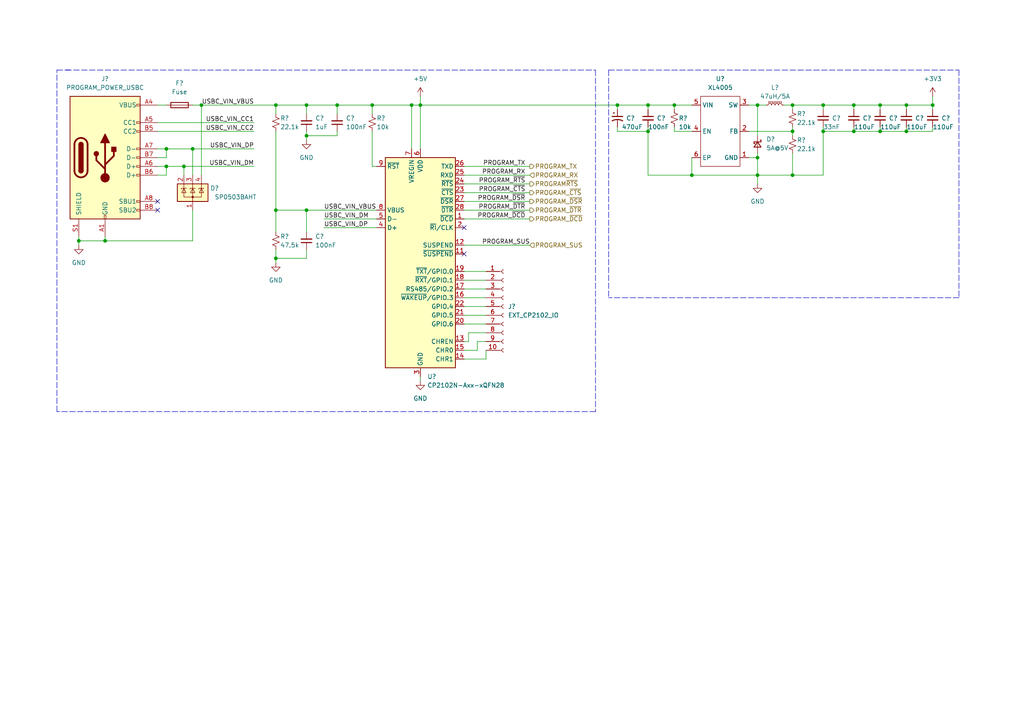
<source format=kicad_sch>
(kicad_sch (version 20211123) (generator eeschema)

  (uuid b9334752-0b33-4d42-b386-3aca4ce8cb01)

  (paper "A4")

  (lib_symbols
    (symbol "Connector:Conn_01x10_Female" (pin_names (offset 1.016) hide) (in_bom yes) (on_board yes)
      (property "Reference" "J" (id 0) (at 0 12.7 0)
        (effects (font (size 1.27 1.27)))
      )
      (property "Value" "Conn_01x10_Female" (id 1) (at 0 -15.24 0)
        (effects (font (size 1.27 1.27)))
      )
      (property "Footprint" "" (id 2) (at 0 0 0)
        (effects (font (size 1.27 1.27)) hide)
      )
      (property "Datasheet" "~" (id 3) (at 0 0 0)
        (effects (font (size 1.27 1.27)) hide)
      )
      (property "ki_keywords" "connector" (id 4) (at 0 0 0)
        (effects (font (size 1.27 1.27)) hide)
      )
      (property "ki_description" "Generic connector, single row, 01x10, script generated (kicad-library-utils/schlib/autogen/connector/)" (id 5) (at 0 0 0)
        (effects (font (size 1.27 1.27)) hide)
      )
      (property "ki_fp_filters" "Connector*:*_1x??_*" (id 6) (at 0 0 0)
        (effects (font (size 1.27 1.27)) hide)
      )
      (symbol "Conn_01x10_Female_1_1"
        (arc (start 0 -12.192) (mid -0.508 -12.7) (end 0 -13.208)
          (stroke (width 0.1524) (type default) (color 0 0 0 0))
          (fill (type none))
        )
        (arc (start 0 -9.652) (mid -0.508 -10.16) (end 0 -10.668)
          (stroke (width 0.1524) (type default) (color 0 0 0 0))
          (fill (type none))
        )
        (arc (start 0 -7.112) (mid -0.508 -7.62) (end 0 -8.128)
          (stroke (width 0.1524) (type default) (color 0 0 0 0))
          (fill (type none))
        )
        (arc (start 0 -4.572) (mid -0.508 -5.08) (end 0 -5.588)
          (stroke (width 0.1524) (type default) (color 0 0 0 0))
          (fill (type none))
        )
        (arc (start 0 -2.032) (mid -0.508 -2.54) (end 0 -3.048)
          (stroke (width 0.1524) (type default) (color 0 0 0 0))
          (fill (type none))
        )
        (polyline
          (pts
            (xy -1.27 -12.7)
            (xy -0.508 -12.7)
          )
          (stroke (width 0.1524) (type default) (color 0 0 0 0))
          (fill (type none))
        )
        (polyline
          (pts
            (xy -1.27 -10.16)
            (xy -0.508 -10.16)
          )
          (stroke (width 0.1524) (type default) (color 0 0 0 0))
          (fill (type none))
        )
        (polyline
          (pts
            (xy -1.27 -7.62)
            (xy -0.508 -7.62)
          )
          (stroke (width 0.1524) (type default) (color 0 0 0 0))
          (fill (type none))
        )
        (polyline
          (pts
            (xy -1.27 -5.08)
            (xy -0.508 -5.08)
          )
          (stroke (width 0.1524) (type default) (color 0 0 0 0))
          (fill (type none))
        )
        (polyline
          (pts
            (xy -1.27 -2.54)
            (xy -0.508 -2.54)
          )
          (stroke (width 0.1524) (type default) (color 0 0 0 0))
          (fill (type none))
        )
        (polyline
          (pts
            (xy -1.27 0)
            (xy -0.508 0)
          )
          (stroke (width 0.1524) (type default) (color 0 0 0 0))
          (fill (type none))
        )
        (polyline
          (pts
            (xy -1.27 2.54)
            (xy -0.508 2.54)
          )
          (stroke (width 0.1524) (type default) (color 0 0 0 0))
          (fill (type none))
        )
        (polyline
          (pts
            (xy -1.27 5.08)
            (xy -0.508 5.08)
          )
          (stroke (width 0.1524) (type default) (color 0 0 0 0))
          (fill (type none))
        )
        (polyline
          (pts
            (xy -1.27 7.62)
            (xy -0.508 7.62)
          )
          (stroke (width 0.1524) (type default) (color 0 0 0 0))
          (fill (type none))
        )
        (polyline
          (pts
            (xy -1.27 10.16)
            (xy -0.508 10.16)
          )
          (stroke (width 0.1524) (type default) (color 0 0 0 0))
          (fill (type none))
        )
        (arc (start 0 0.508) (mid -0.508 0) (end 0 -0.508)
          (stroke (width 0.1524) (type default) (color 0 0 0 0))
          (fill (type none))
        )
        (arc (start 0 3.048) (mid -0.508 2.54) (end 0 2.032)
          (stroke (width 0.1524) (type default) (color 0 0 0 0))
          (fill (type none))
        )
        (arc (start 0 5.588) (mid -0.508 5.08) (end 0 4.572)
          (stroke (width 0.1524) (type default) (color 0 0 0 0))
          (fill (type none))
        )
        (arc (start 0 8.128) (mid -0.508 7.62) (end 0 7.112)
          (stroke (width 0.1524) (type default) (color 0 0 0 0))
          (fill (type none))
        )
        (arc (start 0 10.668) (mid -0.508 10.16) (end 0 9.652)
          (stroke (width 0.1524) (type default) (color 0 0 0 0))
          (fill (type none))
        )
        (pin passive line (at -5.08 10.16 0) (length 3.81)
          (name "Pin_1" (effects (font (size 1.27 1.27))))
          (number "1" (effects (font (size 1.27 1.27))))
        )
        (pin passive line (at -5.08 -12.7 0) (length 3.81)
          (name "Pin_10" (effects (font (size 1.27 1.27))))
          (number "10" (effects (font (size 1.27 1.27))))
        )
        (pin passive line (at -5.08 7.62 0) (length 3.81)
          (name "Pin_2" (effects (font (size 1.27 1.27))))
          (number "2" (effects (font (size 1.27 1.27))))
        )
        (pin passive line (at -5.08 5.08 0) (length 3.81)
          (name "Pin_3" (effects (font (size 1.27 1.27))))
          (number "3" (effects (font (size 1.27 1.27))))
        )
        (pin passive line (at -5.08 2.54 0) (length 3.81)
          (name "Pin_4" (effects (font (size 1.27 1.27))))
          (number "4" (effects (font (size 1.27 1.27))))
        )
        (pin passive line (at -5.08 0 0) (length 3.81)
          (name "Pin_5" (effects (font (size 1.27 1.27))))
          (number "5" (effects (font (size 1.27 1.27))))
        )
        (pin passive line (at -5.08 -2.54 0) (length 3.81)
          (name "Pin_6" (effects (font (size 1.27 1.27))))
          (number "6" (effects (font (size 1.27 1.27))))
        )
        (pin passive line (at -5.08 -5.08 0) (length 3.81)
          (name "Pin_7" (effects (font (size 1.27 1.27))))
          (number "7" (effects (font (size 1.27 1.27))))
        )
        (pin passive line (at -5.08 -7.62 0) (length 3.81)
          (name "Pin_8" (effects (font (size 1.27 1.27))))
          (number "8" (effects (font (size 1.27 1.27))))
        )
        (pin passive line (at -5.08 -10.16 0) (length 3.81)
          (name "Pin_9" (effects (font (size 1.27 1.27))))
          (number "9" (effects (font (size 1.27 1.27))))
        )
      )
    )
    (symbol "Connector:USB_C_Receptacle_USB2.0" (pin_names (offset 1.016)) (in_bom yes) (on_board yes)
      (property "Reference" "J" (id 0) (at -10.16 19.05 0)
        (effects (font (size 1.27 1.27)) (justify left))
      )
      (property "Value" "USB_C_Receptacle_USB2.0" (id 1) (at 19.05 19.05 0)
        (effects (font (size 1.27 1.27)) (justify right))
      )
      (property "Footprint" "" (id 2) (at 3.81 0 0)
        (effects (font (size 1.27 1.27)) hide)
      )
      (property "Datasheet" "https://www.usb.org/sites/default/files/documents/usb_type-c.zip" (id 3) (at 3.81 0 0)
        (effects (font (size 1.27 1.27)) hide)
      )
      (property "ki_keywords" "usb universal serial bus type-C USB2.0" (id 4) (at 0 0 0)
        (effects (font (size 1.27 1.27)) hide)
      )
      (property "ki_description" "USB 2.0-only Type-C Receptacle connector" (id 5) (at 0 0 0)
        (effects (font (size 1.27 1.27)) hide)
      )
      (property "ki_fp_filters" "USB*C*Receptacle*" (id 6) (at 0 0 0)
        (effects (font (size 1.27 1.27)) hide)
      )
      (symbol "USB_C_Receptacle_USB2.0_0_0"
        (rectangle (start -0.254 -17.78) (end 0.254 -16.764)
          (stroke (width 0) (type default) (color 0 0 0 0))
          (fill (type none))
        )
        (rectangle (start 10.16 -14.986) (end 9.144 -15.494)
          (stroke (width 0) (type default) (color 0 0 0 0))
          (fill (type none))
        )
        (rectangle (start 10.16 -12.446) (end 9.144 -12.954)
          (stroke (width 0) (type default) (color 0 0 0 0))
          (fill (type none))
        )
        (rectangle (start 10.16 -4.826) (end 9.144 -5.334)
          (stroke (width 0) (type default) (color 0 0 0 0))
          (fill (type none))
        )
        (rectangle (start 10.16 -2.286) (end 9.144 -2.794)
          (stroke (width 0) (type default) (color 0 0 0 0))
          (fill (type none))
        )
        (rectangle (start 10.16 0.254) (end 9.144 -0.254)
          (stroke (width 0) (type default) (color 0 0 0 0))
          (fill (type none))
        )
        (rectangle (start 10.16 2.794) (end 9.144 2.286)
          (stroke (width 0) (type default) (color 0 0 0 0))
          (fill (type none))
        )
        (rectangle (start 10.16 7.874) (end 9.144 7.366)
          (stroke (width 0) (type default) (color 0 0 0 0))
          (fill (type none))
        )
        (rectangle (start 10.16 10.414) (end 9.144 9.906)
          (stroke (width 0) (type default) (color 0 0 0 0))
          (fill (type none))
        )
        (rectangle (start 10.16 15.494) (end 9.144 14.986)
          (stroke (width 0) (type default) (color 0 0 0 0))
          (fill (type none))
        )
      )
      (symbol "USB_C_Receptacle_USB2.0_0_1"
        (rectangle (start -10.16 17.78) (end 10.16 -17.78)
          (stroke (width 0.254) (type default) (color 0 0 0 0))
          (fill (type background))
        )
        (arc (start -8.89 -3.81) (mid -6.985 -5.715) (end -5.08 -3.81)
          (stroke (width 0.508) (type default) (color 0 0 0 0))
          (fill (type none))
        )
        (arc (start -7.62 -3.81) (mid -6.985 -4.445) (end -6.35 -3.81)
          (stroke (width 0.254) (type default) (color 0 0 0 0))
          (fill (type none))
        )
        (arc (start -7.62 -3.81) (mid -6.985 -4.445) (end -6.35 -3.81)
          (stroke (width 0.254) (type default) (color 0 0 0 0))
          (fill (type outline))
        )
        (rectangle (start -7.62 -3.81) (end -6.35 3.81)
          (stroke (width 0.254) (type default) (color 0 0 0 0))
          (fill (type outline))
        )
        (arc (start -6.35 3.81) (mid -6.985 4.445) (end -7.62 3.81)
          (stroke (width 0.254) (type default) (color 0 0 0 0))
          (fill (type none))
        )
        (arc (start -6.35 3.81) (mid -6.985 4.445) (end -7.62 3.81)
          (stroke (width 0.254) (type default) (color 0 0 0 0))
          (fill (type outline))
        )
        (arc (start -5.08 3.81) (mid -6.985 5.715) (end -8.89 3.81)
          (stroke (width 0.508) (type default) (color 0 0 0 0))
          (fill (type none))
        )
        (circle (center -2.54 1.143) (radius 0.635)
          (stroke (width 0.254) (type default) (color 0 0 0 0))
          (fill (type outline))
        )
        (circle (center 0 -5.842) (radius 1.27)
          (stroke (width 0) (type default) (color 0 0 0 0))
          (fill (type outline))
        )
        (polyline
          (pts
            (xy -8.89 -3.81)
            (xy -8.89 3.81)
          )
          (stroke (width 0.508) (type default) (color 0 0 0 0))
          (fill (type none))
        )
        (polyline
          (pts
            (xy -5.08 3.81)
            (xy -5.08 -3.81)
          )
          (stroke (width 0.508) (type default) (color 0 0 0 0))
          (fill (type none))
        )
        (polyline
          (pts
            (xy 0 -5.842)
            (xy 0 4.318)
          )
          (stroke (width 0.508) (type default) (color 0 0 0 0))
          (fill (type none))
        )
        (polyline
          (pts
            (xy 0 -3.302)
            (xy -2.54 -0.762)
            (xy -2.54 0.508)
          )
          (stroke (width 0.508) (type default) (color 0 0 0 0))
          (fill (type none))
        )
        (polyline
          (pts
            (xy 0 -2.032)
            (xy 2.54 0.508)
            (xy 2.54 1.778)
          )
          (stroke (width 0.508) (type default) (color 0 0 0 0))
          (fill (type none))
        )
        (polyline
          (pts
            (xy -1.27 4.318)
            (xy 0 6.858)
            (xy 1.27 4.318)
            (xy -1.27 4.318)
          )
          (stroke (width 0.254) (type default) (color 0 0 0 0))
          (fill (type outline))
        )
        (rectangle (start 1.905 1.778) (end 3.175 3.048)
          (stroke (width 0.254) (type default) (color 0 0 0 0))
          (fill (type outline))
        )
      )
      (symbol "USB_C_Receptacle_USB2.0_1_1"
        (pin passive line (at 0 -22.86 90) (length 5.08)
          (name "GND" (effects (font (size 1.27 1.27))))
          (number "A1" (effects (font (size 1.27 1.27))))
        )
        (pin passive line (at 0 -22.86 90) (length 5.08) hide
          (name "GND" (effects (font (size 1.27 1.27))))
          (number "A12" (effects (font (size 1.27 1.27))))
        )
        (pin passive line (at 15.24 15.24 180) (length 5.08)
          (name "VBUS" (effects (font (size 1.27 1.27))))
          (number "A4" (effects (font (size 1.27 1.27))))
        )
        (pin bidirectional line (at 15.24 10.16 180) (length 5.08)
          (name "CC1" (effects (font (size 1.27 1.27))))
          (number "A5" (effects (font (size 1.27 1.27))))
        )
        (pin bidirectional line (at 15.24 -2.54 180) (length 5.08)
          (name "D+" (effects (font (size 1.27 1.27))))
          (number "A6" (effects (font (size 1.27 1.27))))
        )
        (pin bidirectional line (at 15.24 2.54 180) (length 5.08)
          (name "D-" (effects (font (size 1.27 1.27))))
          (number "A7" (effects (font (size 1.27 1.27))))
        )
        (pin bidirectional line (at 15.24 -12.7 180) (length 5.08)
          (name "SBU1" (effects (font (size 1.27 1.27))))
          (number "A8" (effects (font (size 1.27 1.27))))
        )
        (pin passive line (at 15.24 15.24 180) (length 5.08) hide
          (name "VBUS" (effects (font (size 1.27 1.27))))
          (number "A9" (effects (font (size 1.27 1.27))))
        )
        (pin passive line (at 0 -22.86 90) (length 5.08) hide
          (name "GND" (effects (font (size 1.27 1.27))))
          (number "B1" (effects (font (size 1.27 1.27))))
        )
        (pin passive line (at 0 -22.86 90) (length 5.08) hide
          (name "GND" (effects (font (size 1.27 1.27))))
          (number "B12" (effects (font (size 1.27 1.27))))
        )
        (pin passive line (at 15.24 15.24 180) (length 5.08) hide
          (name "VBUS" (effects (font (size 1.27 1.27))))
          (number "B4" (effects (font (size 1.27 1.27))))
        )
        (pin bidirectional line (at 15.24 7.62 180) (length 5.08)
          (name "CC2" (effects (font (size 1.27 1.27))))
          (number "B5" (effects (font (size 1.27 1.27))))
        )
        (pin bidirectional line (at 15.24 -5.08 180) (length 5.08)
          (name "D+" (effects (font (size 1.27 1.27))))
          (number "B6" (effects (font (size 1.27 1.27))))
        )
        (pin bidirectional line (at 15.24 0 180) (length 5.08)
          (name "D-" (effects (font (size 1.27 1.27))))
          (number "B7" (effects (font (size 1.27 1.27))))
        )
        (pin bidirectional line (at 15.24 -15.24 180) (length 5.08)
          (name "SBU2" (effects (font (size 1.27 1.27))))
          (number "B8" (effects (font (size 1.27 1.27))))
        )
        (pin passive line (at 15.24 15.24 180) (length 5.08) hide
          (name "VBUS" (effects (font (size 1.27 1.27))))
          (number "B9" (effects (font (size 1.27 1.27))))
        )
        (pin passive line (at -7.62 -22.86 90) (length 5.08)
          (name "SHIELD" (effects (font (size 1.27 1.27))))
          (number "S1" (effects (font (size 1.27 1.27))))
        )
      )
    )
    (symbol "DC_DC_Converters:XL4005" (in_bom yes) (on_board yes)
      (property "Reference" "U" (id 0) (at 0 0 0)
        (effects (font (size 1.27 1.27)))
      )
      (property "Value" "XL4005" (id 1) (at 0 2.54 0)
        (effects (font (size 1.27 1.27)))
      )
      (property "Footprint" "Package_TO_SOT_SMD:TO-252-5_TabPin6" (id 2) (at 0 0 0)
        (effects (font (size 1.27 1.27)) hide)
      )
      (property "Datasheet" "https://datasheet.lcsc.com/lcsc/1808111512_XLSEMI-XL4005E1_C73332.pdf" (id 3) (at 0 0 0)
        (effects (font (size 1.27 1.27)) hide)
      )
      (property "ki_keywords" "Chinese China XLSEMI XL4005 Buck Converter USB LCSC Cheap Bulky" (id 4) (at 0 0 0)
        (effects (font (size 1.27 1.27)) hide)
      )
      (property "ki_description" "5V -> 3V3 DCDC Buck Converter, Available on LCSC" (id 5) (at 0 0 0)
        (effects (font (size 1.27 1.27)) hide)
      )
      (symbol "XL4005_0_1"
        (rectangle (start -5.08 -1.27) (end 6.35 -21.59)
          (stroke (width 0) (type default) (color 0 0 0 0))
          (fill (type none))
        )
      )
      (symbol "XL4005_1_1"
        (pin power_out line (at 8.89 -19.05 180) (length 2.54)
          (name "GND" (effects (font (size 1.27 1.27))))
          (number "1" (effects (font (size 1.27 1.27))))
        )
        (pin input line (at 8.89 -11.43 180) (length 2.54)
          (name "FB" (effects (font (size 1.27 1.27))))
          (number "2" (effects (font (size 1.27 1.27))))
        )
        (pin power_out line (at 8.89 -3.81 180) (length 2.54)
          (name "SW" (effects (font (size 1.27 1.27))))
          (number "3" (effects (font (size 1.27 1.27))))
        )
        (pin input line (at -7.62 -11.43 0) (length 2.54)
          (name "EN" (effects (font (size 1.27 1.27))))
          (number "4" (effects (font (size 1.27 1.27))))
        )
        (pin power_in line (at -7.62 -3.81 0) (length 2.54)
          (name "VIN" (effects (font (size 1.27 1.27))))
          (number "5" (effects (font (size 1.27 1.27))))
        )
        (pin power_out line (at -7.62 -19.05 0) (length 2.54)
          (name "EP" (effects (font (size 1.27 1.27))))
          (number "6" (effects (font (size 1.27 1.27))))
        )
      )
    )
    (symbol "Device:C_Polarized_Small_US" (pin_numbers hide) (pin_names (offset 0.254) hide) (in_bom yes) (on_board yes)
      (property "Reference" "C" (id 0) (at 0.254 1.778 0)
        (effects (font (size 1.27 1.27)) (justify left))
      )
      (property "Value" "C_Polarized_Small_US" (id 1) (at 0.254 -2.032 0)
        (effects (font (size 1.27 1.27)) (justify left))
      )
      (property "Footprint" "" (id 2) (at 0 0 0)
        (effects (font (size 1.27 1.27)) hide)
      )
      (property "Datasheet" "~" (id 3) (at 0 0 0)
        (effects (font (size 1.27 1.27)) hide)
      )
      (property "ki_keywords" "cap capacitor" (id 4) (at 0 0 0)
        (effects (font (size 1.27 1.27)) hide)
      )
      (property "ki_description" "Polarized capacitor, small US symbol" (id 5) (at 0 0 0)
        (effects (font (size 1.27 1.27)) hide)
      )
      (property "ki_fp_filters" "CP_*" (id 6) (at 0 0 0)
        (effects (font (size 1.27 1.27)) hide)
      )
      (symbol "C_Polarized_Small_US_0_1"
        (polyline
          (pts
            (xy -1.524 0.508)
            (xy 1.524 0.508)
          )
          (stroke (width 0.3048) (type default) (color 0 0 0 0))
          (fill (type none))
        )
        (polyline
          (pts
            (xy -1.27 1.524)
            (xy -0.762 1.524)
          )
          (stroke (width 0) (type default) (color 0 0 0 0))
          (fill (type none))
        )
        (polyline
          (pts
            (xy -1.016 1.27)
            (xy -1.016 1.778)
          )
          (stroke (width 0) (type default) (color 0 0 0 0))
          (fill (type none))
        )
        (arc (start 1.524 -0.762) (mid 0 -0.3734) (end -1.524 -0.762)
          (stroke (width 0.3048) (type default) (color 0 0 0 0))
          (fill (type none))
        )
      )
      (symbol "C_Polarized_Small_US_1_1"
        (pin passive line (at 0 2.54 270) (length 2.032)
          (name "~" (effects (font (size 1.27 1.27))))
          (number "1" (effects (font (size 1.27 1.27))))
        )
        (pin passive line (at 0 -2.54 90) (length 2.032)
          (name "~" (effects (font (size 1.27 1.27))))
          (number "2" (effects (font (size 1.27 1.27))))
        )
      )
    )
    (symbol "Device:C_Small" (pin_numbers hide) (pin_names (offset 0.254) hide) (in_bom yes) (on_board yes)
      (property "Reference" "C" (id 0) (at 0.254 1.778 0)
        (effects (font (size 1.27 1.27)) (justify left))
      )
      (property "Value" "C_Small" (id 1) (at 0.254 -2.032 0)
        (effects (font (size 1.27 1.27)) (justify left))
      )
      (property "Footprint" "" (id 2) (at 0 0 0)
        (effects (font (size 1.27 1.27)) hide)
      )
      (property "Datasheet" "~" (id 3) (at 0 0 0)
        (effects (font (size 1.27 1.27)) hide)
      )
      (property "ki_keywords" "capacitor cap" (id 4) (at 0 0 0)
        (effects (font (size 1.27 1.27)) hide)
      )
      (property "ki_description" "Unpolarized capacitor, small symbol" (id 5) (at 0 0 0)
        (effects (font (size 1.27 1.27)) hide)
      )
      (property "ki_fp_filters" "C_*" (id 6) (at 0 0 0)
        (effects (font (size 1.27 1.27)) hide)
      )
      (symbol "C_Small_0_1"
        (polyline
          (pts
            (xy -1.524 -0.508)
            (xy 1.524 -0.508)
          )
          (stroke (width 0.3302) (type default) (color 0 0 0 0))
          (fill (type none))
        )
        (polyline
          (pts
            (xy -1.524 0.508)
            (xy 1.524 0.508)
          )
          (stroke (width 0.3048) (type default) (color 0 0 0 0))
          (fill (type none))
        )
      )
      (symbol "C_Small_1_1"
        (pin passive line (at 0 2.54 270) (length 2.032)
          (name "~" (effects (font (size 1.27 1.27))))
          (number "1" (effects (font (size 1.27 1.27))))
        )
        (pin passive line (at 0 -2.54 90) (length 2.032)
          (name "~" (effects (font (size 1.27 1.27))))
          (number "2" (effects (font (size 1.27 1.27))))
        )
      )
    )
    (symbol "Device:D_Schottky_Small" (pin_numbers hide) (pin_names (offset 0.254) hide) (in_bom yes) (on_board yes)
      (property "Reference" "D" (id 0) (at -1.27 2.032 0)
        (effects (font (size 1.27 1.27)) (justify left))
      )
      (property "Value" "D_Schottky_Small" (id 1) (at -7.112 -2.032 0)
        (effects (font (size 1.27 1.27)) (justify left))
      )
      (property "Footprint" "" (id 2) (at 0 0 90)
        (effects (font (size 1.27 1.27)) hide)
      )
      (property "Datasheet" "~" (id 3) (at 0 0 90)
        (effects (font (size 1.27 1.27)) hide)
      )
      (property "ki_keywords" "diode Schottky" (id 4) (at 0 0 0)
        (effects (font (size 1.27 1.27)) hide)
      )
      (property "ki_description" "Schottky diode, small symbol" (id 5) (at 0 0 0)
        (effects (font (size 1.27 1.27)) hide)
      )
      (property "ki_fp_filters" "TO-???* *_Diode_* *SingleDiode* D_*" (id 6) (at 0 0 0)
        (effects (font (size 1.27 1.27)) hide)
      )
      (symbol "D_Schottky_Small_0_1"
        (polyline
          (pts
            (xy -0.762 0)
            (xy 0.762 0)
          )
          (stroke (width 0) (type default) (color 0 0 0 0))
          (fill (type none))
        )
        (polyline
          (pts
            (xy 0.762 -1.016)
            (xy -0.762 0)
            (xy 0.762 1.016)
            (xy 0.762 -1.016)
          )
          (stroke (width 0.254) (type default) (color 0 0 0 0))
          (fill (type none))
        )
        (polyline
          (pts
            (xy -1.27 0.762)
            (xy -1.27 1.016)
            (xy -0.762 1.016)
            (xy -0.762 -1.016)
            (xy -0.254 -1.016)
            (xy -0.254 -0.762)
          )
          (stroke (width 0.254) (type default) (color 0 0 0 0))
          (fill (type none))
        )
      )
      (symbol "D_Schottky_Small_1_1"
        (pin passive line (at -2.54 0 0) (length 1.778)
          (name "K" (effects (font (size 1.27 1.27))))
          (number "1" (effects (font (size 1.27 1.27))))
        )
        (pin passive line (at 2.54 0 180) (length 1.778)
          (name "A" (effects (font (size 1.27 1.27))))
          (number "2" (effects (font (size 1.27 1.27))))
        )
      )
    )
    (symbol "Device:Fuse" (pin_numbers hide) (pin_names (offset 0)) (in_bom yes) (on_board yes)
      (property "Reference" "F" (id 0) (at 2.032 0 90)
        (effects (font (size 1.27 1.27)))
      )
      (property "Value" "Fuse" (id 1) (at -1.905 0 90)
        (effects (font (size 1.27 1.27)))
      )
      (property "Footprint" "" (id 2) (at -1.778 0 90)
        (effects (font (size 1.27 1.27)) hide)
      )
      (property "Datasheet" "~" (id 3) (at 0 0 0)
        (effects (font (size 1.27 1.27)) hide)
      )
      (property "ki_keywords" "fuse" (id 4) (at 0 0 0)
        (effects (font (size 1.27 1.27)) hide)
      )
      (property "ki_description" "Fuse" (id 5) (at 0 0 0)
        (effects (font (size 1.27 1.27)) hide)
      )
      (property "ki_fp_filters" "*Fuse*" (id 6) (at 0 0 0)
        (effects (font (size 1.27 1.27)) hide)
      )
      (symbol "Fuse_0_1"
        (rectangle (start -0.762 -2.54) (end 0.762 2.54)
          (stroke (width 0.254) (type default) (color 0 0 0 0))
          (fill (type none))
        )
        (polyline
          (pts
            (xy 0 2.54)
            (xy 0 -2.54)
          )
          (stroke (width 0) (type default) (color 0 0 0 0))
          (fill (type none))
        )
      )
      (symbol "Fuse_1_1"
        (pin passive line (at 0 3.81 270) (length 1.27)
          (name "~" (effects (font (size 1.27 1.27))))
          (number "1" (effects (font (size 1.27 1.27))))
        )
        (pin passive line (at 0 -3.81 90) (length 1.27)
          (name "~" (effects (font (size 1.27 1.27))))
          (number "2" (effects (font (size 1.27 1.27))))
        )
      )
    )
    (symbol "Device:L_Ferrite_Small" (pin_numbers hide) (pin_names (offset 0.254) hide) (in_bom yes) (on_board yes)
      (property "Reference" "L" (id 0) (at 1.27 1.016 0)
        (effects (font (size 1.27 1.27)) (justify left))
      )
      (property "Value" "L_Ferrite_Small" (id 1) (at 1.27 -1.27 0)
        (effects (font (size 1.27 1.27)) (justify left))
      )
      (property "Footprint" "" (id 2) (at 0 0 0)
        (effects (font (size 1.27 1.27)) hide)
      )
      (property "Datasheet" "~" (id 3) (at 0 0 0)
        (effects (font (size 1.27 1.27)) hide)
      )
      (property "ki_keywords" "inductor choke coil reactor magnetic" (id 4) (at 0 0 0)
        (effects (font (size 1.27 1.27)) hide)
      )
      (property "ki_description" "Inductor with ferrite core, small symbol" (id 5) (at 0 0 0)
        (effects (font (size 1.27 1.27)) hide)
      )
      (property "ki_fp_filters" "Choke_* *Coil* Inductor_* L_*" (id 6) (at 0 0 0)
        (effects (font (size 1.27 1.27)) hide)
      )
      (symbol "L_Ferrite_Small_0_1"
        (arc (start 0 -2.032) (mid 0.508 -1.524) (end 0 -1.016)
          (stroke (width 0) (type default) (color 0 0 0 0))
          (fill (type none))
        )
        (arc (start 0 -1.016) (mid 0.508 -0.508) (end 0 0)
          (stroke (width 0) (type default) (color 0 0 0 0))
          (fill (type none))
        )
        (polyline
          (pts
            (xy 0.762 -1.905)
            (xy 0.762 -1.651)
          )
          (stroke (width 0) (type default) (color 0 0 0 0))
          (fill (type none))
        )
        (polyline
          (pts
            (xy 0.762 -1.397)
            (xy 0.762 -1.143)
          )
          (stroke (width 0) (type default) (color 0 0 0 0))
          (fill (type none))
        )
        (polyline
          (pts
            (xy 0.762 -0.889)
            (xy 0.762 -0.635)
          )
          (stroke (width 0) (type default) (color 0 0 0 0))
          (fill (type none))
        )
        (polyline
          (pts
            (xy 0.762 -0.381)
            (xy 0.762 -0.127)
          )
          (stroke (width 0) (type default) (color 0 0 0 0))
          (fill (type none))
        )
        (polyline
          (pts
            (xy 0.762 0.127)
            (xy 0.762 0.381)
          )
          (stroke (width 0) (type default) (color 0 0 0 0))
          (fill (type none))
        )
        (polyline
          (pts
            (xy 0.762 0.635)
            (xy 0.762 0.889)
          )
          (stroke (width 0) (type default) (color 0 0 0 0))
          (fill (type none))
        )
        (polyline
          (pts
            (xy 0.762 1.143)
            (xy 0.762 1.397)
          )
          (stroke (width 0) (type default) (color 0 0 0 0))
          (fill (type none))
        )
        (polyline
          (pts
            (xy 0.762 1.651)
            (xy 0.762 1.905)
          )
          (stroke (width 0) (type default) (color 0 0 0 0))
          (fill (type none))
        )
        (polyline
          (pts
            (xy 1.016 -1.651)
            (xy 1.016 -1.905)
          )
          (stroke (width 0) (type default) (color 0 0 0 0))
          (fill (type none))
        )
        (polyline
          (pts
            (xy 1.016 -1.143)
            (xy 1.016 -1.397)
          )
          (stroke (width 0) (type default) (color 0 0 0 0))
          (fill (type none))
        )
        (polyline
          (pts
            (xy 1.016 -0.635)
            (xy 1.016 -0.889)
          )
          (stroke (width 0) (type default) (color 0 0 0 0))
          (fill (type none))
        )
        (polyline
          (pts
            (xy 1.016 -0.127)
            (xy 1.016 -0.381)
          )
          (stroke (width 0) (type default) (color 0 0 0 0))
          (fill (type none))
        )
        (polyline
          (pts
            (xy 1.016 0.381)
            (xy 1.016 0.127)
          )
          (stroke (width 0) (type default) (color 0 0 0 0))
          (fill (type none))
        )
        (polyline
          (pts
            (xy 1.016 0.889)
            (xy 1.016 0.635)
          )
          (stroke (width 0) (type default) (color 0 0 0 0))
          (fill (type none))
        )
        (polyline
          (pts
            (xy 1.016 1.397)
            (xy 1.016 1.143)
          )
          (stroke (width 0) (type default) (color 0 0 0 0))
          (fill (type none))
        )
        (polyline
          (pts
            (xy 1.016 1.905)
            (xy 1.016 1.651)
          )
          (stroke (width 0) (type default) (color 0 0 0 0))
          (fill (type none))
        )
        (arc (start 0 0) (mid 0.508 0.508) (end 0 1.016)
          (stroke (width 0) (type default) (color 0 0 0 0))
          (fill (type none))
        )
        (arc (start 0 1.016) (mid 0.508 1.524) (end 0 2.032)
          (stroke (width 0) (type default) (color 0 0 0 0))
          (fill (type none))
        )
      )
      (symbol "L_Ferrite_Small_1_1"
        (pin passive line (at 0 2.54 270) (length 0.508)
          (name "~" (effects (font (size 1.27 1.27))))
          (number "1" (effects (font (size 1.27 1.27))))
        )
        (pin passive line (at 0 -2.54 90) (length 0.508)
          (name "~" (effects (font (size 1.27 1.27))))
          (number "2" (effects (font (size 1.27 1.27))))
        )
      )
    )
    (symbol "Device:R_Small_US" (pin_numbers hide) (pin_names (offset 0.254) hide) (in_bom yes) (on_board yes)
      (property "Reference" "R" (id 0) (at 0.762 0.508 0)
        (effects (font (size 1.27 1.27)) (justify left))
      )
      (property "Value" "R_Small_US" (id 1) (at 0.762 -1.016 0)
        (effects (font (size 1.27 1.27)) (justify left))
      )
      (property "Footprint" "" (id 2) (at 0 0 0)
        (effects (font (size 1.27 1.27)) hide)
      )
      (property "Datasheet" "~" (id 3) (at 0 0 0)
        (effects (font (size 1.27 1.27)) hide)
      )
      (property "ki_keywords" "r resistor" (id 4) (at 0 0 0)
        (effects (font (size 1.27 1.27)) hide)
      )
      (property "ki_description" "Resistor, small US symbol" (id 5) (at 0 0 0)
        (effects (font (size 1.27 1.27)) hide)
      )
      (property "ki_fp_filters" "R_*" (id 6) (at 0 0 0)
        (effects (font (size 1.27 1.27)) hide)
      )
      (symbol "R_Small_US_1_1"
        (polyline
          (pts
            (xy 0 0)
            (xy 1.016 -0.381)
            (xy 0 -0.762)
            (xy -1.016 -1.143)
            (xy 0 -1.524)
          )
          (stroke (width 0) (type default) (color 0 0 0 0))
          (fill (type none))
        )
        (polyline
          (pts
            (xy 0 1.524)
            (xy 1.016 1.143)
            (xy 0 0.762)
            (xy -1.016 0.381)
            (xy 0 0)
          )
          (stroke (width 0) (type default) (color 0 0 0 0))
          (fill (type none))
        )
        (pin passive line (at 0 2.54 270) (length 1.016)
          (name "~" (effects (font (size 1.27 1.27))))
          (number "1" (effects (font (size 1.27 1.27))))
        )
        (pin passive line (at 0 -2.54 90) (length 1.016)
          (name "~" (effects (font (size 1.27 1.27))))
          (number "2" (effects (font (size 1.27 1.27))))
        )
      )
    )
    (symbol "Interface_USB:CP2102N-Axx-xQFN28" (in_bom yes) (on_board yes)
      (property "Reference" "U" (id 0) (at -8.89 31.75 0)
        (effects (font (size 1.27 1.27)))
      )
      (property "Value" "CP2102N-Axx-xQFN28" (id 1) (at 12.7 31.75 0)
        (effects (font (size 1.27 1.27)))
      )
      (property "Footprint" "Package_DFN_QFN:QFN-28-1EP_5x5mm_P0.5mm_EP3.35x3.35mm" (id 2) (at 33.02 -31.75 0)
        (effects (font (size 1.27 1.27)) hide)
      )
      (property "Datasheet" "https://www.silabs.com/documents/public/data-sheets/cp2102n-datasheet.pdf" (id 3) (at 1.27 -19.05 0)
        (effects (font (size 1.27 1.27)) hide)
      )
      (property "ki_keywords" "USB UART bridge" (id 4) (at 0 0 0)
        (effects (font (size 1.27 1.27)) hide)
      )
      (property "ki_description" "USB to UART master bridge, QFN-28" (id 5) (at 0 0 0)
        (effects (font (size 1.27 1.27)) hide)
      )
      (property "ki_fp_filters" "QFN*1EP*5x5mm*P0.5mm*" (id 6) (at 0 0 0)
        (effects (font (size 1.27 1.27)) hide)
      )
      (symbol "CP2102N-Axx-xQFN28_0_1"
        (rectangle (start -10.16 30.48) (end 10.16 -30.48)
          (stroke (width 0.254) (type default) (color 0 0 0 0))
          (fill (type background))
        )
      )
      (symbol "CP2102N-Axx-xQFN28_1_1"
        (pin input line (at 12.7 12.7 180) (length 2.54)
          (name "~{DCD}" (effects (font (size 1.27 1.27))))
          (number "1" (effects (font (size 1.27 1.27))))
        )
        (pin no_connect line (at -10.16 -27.94 0) (length 2.54) hide
          (name "NC" (effects (font (size 1.27 1.27))))
          (number "10" (effects (font (size 1.27 1.27))))
        )
        (pin output line (at 12.7 2.54 180) (length 2.54)
          (name "~{SUSPEND}" (effects (font (size 1.27 1.27))))
          (number "11" (effects (font (size 1.27 1.27))))
        )
        (pin output line (at 12.7 5.08 180) (length 2.54)
          (name "SUSPEND" (effects (font (size 1.27 1.27))))
          (number "12" (effects (font (size 1.27 1.27))))
        )
        (pin output line (at 12.7 -22.86 180) (length 2.54)
          (name "CHREN" (effects (font (size 1.27 1.27))))
          (number "13" (effects (font (size 1.27 1.27))))
        )
        (pin output line (at 12.7 -27.94 180) (length 2.54)
          (name "CHR1" (effects (font (size 1.27 1.27))))
          (number "14" (effects (font (size 1.27 1.27))))
        )
        (pin output line (at 12.7 -25.4 180) (length 2.54)
          (name "CHR0" (effects (font (size 1.27 1.27))))
          (number "15" (effects (font (size 1.27 1.27))))
        )
        (pin bidirectional line (at 12.7 -10.16 180) (length 2.54)
          (name "~{WAKEUP}/GPIO.3" (effects (font (size 1.27 1.27))))
          (number "16" (effects (font (size 1.27 1.27))))
        )
        (pin bidirectional line (at 12.7 -7.62 180) (length 2.54)
          (name "RS485/GPIO.2" (effects (font (size 1.27 1.27))))
          (number "17" (effects (font (size 1.27 1.27))))
        )
        (pin bidirectional line (at 12.7 -5.08 180) (length 2.54)
          (name "~{RXT}/GPIO.1" (effects (font (size 1.27 1.27))))
          (number "18" (effects (font (size 1.27 1.27))))
        )
        (pin bidirectional line (at 12.7 -2.54 180) (length 2.54)
          (name "~{TXT}/GPIO.0" (effects (font (size 1.27 1.27))))
          (number "19" (effects (font (size 1.27 1.27))))
        )
        (pin bidirectional line (at 12.7 10.16 180) (length 2.54)
          (name "~{RI}/CLK" (effects (font (size 1.27 1.27))))
          (number "2" (effects (font (size 1.27 1.27))))
        )
        (pin bidirectional line (at 12.7 -17.78 180) (length 2.54)
          (name "GPIO.6" (effects (font (size 1.27 1.27))))
          (number "20" (effects (font (size 1.27 1.27))))
        )
        (pin bidirectional line (at 12.7 -15.24 180) (length 2.54)
          (name "GPIO.5" (effects (font (size 1.27 1.27))))
          (number "21" (effects (font (size 1.27 1.27))))
        )
        (pin bidirectional line (at 12.7 -12.7 180) (length 2.54)
          (name "GPIO.4" (effects (font (size 1.27 1.27))))
          (number "22" (effects (font (size 1.27 1.27))))
        )
        (pin input line (at 12.7 20.32 180) (length 2.54)
          (name "~{CTS}" (effects (font (size 1.27 1.27))))
          (number "23" (effects (font (size 1.27 1.27))))
        )
        (pin output line (at 12.7 22.86 180) (length 2.54)
          (name "~{RTS}" (effects (font (size 1.27 1.27))))
          (number "24" (effects (font (size 1.27 1.27))))
        )
        (pin input line (at 12.7 25.4 180) (length 2.54)
          (name "RXD" (effects (font (size 1.27 1.27))))
          (number "25" (effects (font (size 1.27 1.27))))
        )
        (pin output line (at 12.7 27.94 180) (length 2.54)
          (name "TXD" (effects (font (size 1.27 1.27))))
          (number "26" (effects (font (size 1.27 1.27))))
        )
        (pin input line (at 12.7 17.78 180) (length 2.54)
          (name "~{DSR}" (effects (font (size 1.27 1.27))))
          (number "27" (effects (font (size 1.27 1.27))))
        )
        (pin output line (at 12.7 15.24 180) (length 2.54)
          (name "~{DTR}" (effects (font (size 1.27 1.27))))
          (number "28" (effects (font (size 1.27 1.27))))
        )
        (pin passive line (at 0 -33.02 90) (length 2.54) hide
          (name "GND" (effects (font (size 1.27 1.27))))
          (number "29" (effects (font (size 1.27 1.27))))
        )
        (pin power_in line (at 0 -33.02 90) (length 2.54)
          (name "GND" (effects (font (size 1.27 1.27))))
          (number "3" (effects (font (size 1.27 1.27))))
        )
        (pin bidirectional line (at -12.7 10.16 0) (length 2.54)
          (name "D+" (effects (font (size 1.27 1.27))))
          (number "4" (effects (font (size 1.27 1.27))))
        )
        (pin bidirectional line (at -12.7 12.7 0) (length 2.54)
          (name "D-" (effects (font (size 1.27 1.27))))
          (number "5" (effects (font (size 1.27 1.27))))
        )
        (pin power_in line (at 0 33.02 270) (length 2.54)
          (name "VDD" (effects (font (size 1.27 1.27))))
          (number "6" (effects (font (size 1.27 1.27))))
        )
        (pin power_in line (at -2.54 33.02 270) (length 2.54)
          (name "VREGIN" (effects (font (size 1.27 1.27))))
          (number "7" (effects (font (size 1.27 1.27))))
        )
        (pin input line (at -12.7 15.24 0) (length 2.54)
          (name "VBUS" (effects (font (size 1.27 1.27))))
          (number "8" (effects (font (size 1.27 1.27))))
        )
        (pin input line (at -12.7 27.94 0) (length 2.54)
          (name "~{RST}" (effects (font (size 1.27 1.27))))
          (number "9" (effects (font (size 1.27 1.27))))
        )
      )
    )
    (symbol "Power_Protection:SP0503BAHT" (pin_names hide) (in_bom yes) (on_board yes)
      (property "Reference" "D" (id 0) (at 5.715 2.54 0)
        (effects (font (size 1.27 1.27)) (justify left))
      )
      (property "Value" "SP0503BAHT" (id 1) (at 5.715 0.635 0)
        (effects (font (size 1.27 1.27)) (justify left))
      )
      (property "Footprint" "Package_TO_SOT_SMD:SOT-143" (id 2) (at 5.715 -1.27 0)
        (effects (font (size 1.27 1.27)) (justify left) hide)
      )
      (property "Datasheet" "http://www.littelfuse.com/~/media/files/littelfuse/technical%20resources/documents/data%20sheets/sp05xxba.pdf" (id 3) (at 3.175 3.175 0)
        (effects (font (size 1.27 1.27)) hide)
      )
      (property "ki_keywords" "usb esd protection suppression transient" (id 4) (at 0 0 0)
        (effects (font (size 1.27 1.27)) hide)
      )
      (property "ki_description" "TVS Diode Array, 5.5V Standoff, 3 Channels, SOT-143 package" (id 5) (at 0 0 0)
        (effects (font (size 1.27 1.27)) hide)
      )
      (property "ki_fp_filters" "SOT?143*" (id 6) (at 0 0 0)
        (effects (font (size 1.27 1.27)) hide)
      )
      (symbol "SP0503BAHT_0_0"
        (pin passive line (at 0 -5.08 90) (length 2.54)
          (name "A" (effects (font (size 1.27 1.27))))
          (number "1" (effects (font (size 1.27 1.27))))
        )
      )
      (symbol "SP0503BAHT_0_1"
        (rectangle (start -4.445 2.54) (end 4.445 -2.54)
          (stroke (width 0.254) (type default) (color 0 0 0 0))
          (fill (type background))
        )
        (circle (center 0 -1.27) (radius 0.254)
          (stroke (width 0) (type default) (color 0 0 0 0))
          (fill (type outline))
        )
        (polyline
          (pts
            (xy -2.54 2.54)
            (xy -2.54 1.27)
          )
          (stroke (width 0) (type default) (color 0 0 0 0))
          (fill (type none))
        )
        (polyline
          (pts
            (xy 0 -1.27)
            (xy 0 -2.54)
          )
          (stroke (width 0) (type default) (color 0 0 0 0))
          (fill (type none))
        )
        (polyline
          (pts
            (xy 0 -1.27)
            (xy 0 1.27)
          )
          (stroke (width 0) (type default) (color 0 0 0 0))
          (fill (type none))
        )
        (polyline
          (pts
            (xy 0 2.54)
            (xy 0 1.27)
          )
          (stroke (width 0) (type default) (color 0 0 0 0))
          (fill (type none))
        )
        (polyline
          (pts
            (xy 0.635 1.27)
            (xy 0.762 1.27)
          )
          (stroke (width 0) (type default) (color 0 0 0 0))
          (fill (type none))
        )
        (polyline
          (pts
            (xy 2.54 2.54)
            (xy 2.54 1.27)
          )
          (stroke (width 0) (type default) (color 0 0 0 0))
          (fill (type none))
        )
        (polyline
          (pts
            (xy 0.635 1.27)
            (xy -0.762 1.27)
            (xy -0.762 1.016)
          )
          (stroke (width 0) (type default) (color 0 0 0 0))
          (fill (type none))
        )
        (polyline
          (pts
            (xy -3.302 1.016)
            (xy -3.302 1.27)
            (xy -1.905 1.27)
            (xy -1.778 1.27)
          )
          (stroke (width 0) (type default) (color 0 0 0 0))
          (fill (type none))
        )
        (polyline
          (pts
            (xy -2.54 1.27)
            (xy -2.54 -1.27)
            (xy 2.54 -1.27)
            (xy 2.54 1.27)
          )
          (stroke (width 0) (type default) (color 0 0 0 0))
          (fill (type none))
        )
        (polyline
          (pts
            (xy -2.54 1.27)
            (xy -1.905 0)
            (xy -3.175 0)
            (xy -2.54 1.27)
          )
          (stroke (width 0) (type default) (color 0 0 0 0))
          (fill (type none))
        )
        (polyline
          (pts
            (xy 0.635 0)
            (xy -0.635 0)
            (xy 0 1.27)
            (xy 0.635 0)
          )
          (stroke (width 0) (type default) (color 0 0 0 0))
          (fill (type none))
        )
        (polyline
          (pts
            (xy 1.778 1.016)
            (xy 1.778 1.27)
            (xy 3.175 1.27)
            (xy 3.302 1.27)
          )
          (stroke (width 0) (type default) (color 0 0 0 0))
          (fill (type none))
        )
        (polyline
          (pts
            (xy 2.54 1.27)
            (xy 1.905 0)
            (xy 3.175 0)
            (xy 2.54 1.27)
          )
          (stroke (width 0) (type default) (color 0 0 0 0))
          (fill (type none))
        )
      )
      (symbol "SP0503BAHT_1_1"
        (pin passive line (at -2.54 5.08 270) (length 2.54)
          (name "K" (effects (font (size 1.27 1.27))))
          (number "2" (effects (font (size 1.27 1.27))))
        )
        (pin passive line (at 0 5.08 270) (length 2.54)
          (name "K" (effects (font (size 1.27 1.27))))
          (number "3" (effects (font (size 1.27 1.27))))
        )
        (pin passive line (at 2.54 5.08 270) (length 2.54)
          (name "K" (effects (font (size 1.27 1.27))))
          (number "4" (effects (font (size 1.27 1.27))))
        )
      )
    )
    (symbol "power:+3.3V" (power) (pin_names (offset 0)) (in_bom yes) (on_board yes)
      (property "Reference" "#PWR" (id 0) (at 0 -3.81 0)
        (effects (font (size 1.27 1.27)) hide)
      )
      (property "Value" "+3.3V" (id 1) (at 0 3.556 0)
        (effects (font (size 1.27 1.27)))
      )
      (property "Footprint" "" (id 2) (at 0 0 0)
        (effects (font (size 1.27 1.27)) hide)
      )
      (property "Datasheet" "" (id 3) (at 0 0 0)
        (effects (font (size 1.27 1.27)) hide)
      )
      (property "ki_keywords" "power-flag" (id 4) (at 0 0 0)
        (effects (font (size 1.27 1.27)) hide)
      )
      (property "ki_description" "Power symbol creates a global label with name \"+3.3V\"" (id 5) (at 0 0 0)
        (effects (font (size 1.27 1.27)) hide)
      )
      (symbol "+3.3V_0_1"
        (polyline
          (pts
            (xy -0.762 1.27)
            (xy 0 2.54)
          )
          (stroke (width 0) (type default) (color 0 0 0 0))
          (fill (type none))
        )
        (polyline
          (pts
            (xy 0 0)
            (xy 0 2.54)
          )
          (stroke (width 0) (type default) (color 0 0 0 0))
          (fill (type none))
        )
        (polyline
          (pts
            (xy 0 2.54)
            (xy 0.762 1.27)
          )
          (stroke (width 0) (type default) (color 0 0 0 0))
          (fill (type none))
        )
      )
      (symbol "+3.3V_1_1"
        (pin power_in line (at 0 0 90) (length 0) hide
          (name "+3V3" (effects (font (size 1.27 1.27))))
          (number "1" (effects (font (size 1.27 1.27))))
        )
      )
    )
    (symbol "power:+5V" (power) (pin_names (offset 0)) (in_bom yes) (on_board yes)
      (property "Reference" "#PWR" (id 0) (at 0 -3.81 0)
        (effects (font (size 1.27 1.27)) hide)
      )
      (property "Value" "+5V" (id 1) (at 0 3.556 0)
        (effects (font (size 1.27 1.27)))
      )
      (property "Footprint" "" (id 2) (at 0 0 0)
        (effects (font (size 1.27 1.27)) hide)
      )
      (property "Datasheet" "" (id 3) (at 0 0 0)
        (effects (font (size 1.27 1.27)) hide)
      )
      (property "ki_keywords" "power-flag" (id 4) (at 0 0 0)
        (effects (font (size 1.27 1.27)) hide)
      )
      (property "ki_description" "Power symbol creates a global label with name \"+5V\"" (id 5) (at 0 0 0)
        (effects (font (size 1.27 1.27)) hide)
      )
      (symbol "+5V_0_1"
        (polyline
          (pts
            (xy -0.762 1.27)
            (xy 0 2.54)
          )
          (stroke (width 0) (type default) (color 0 0 0 0))
          (fill (type none))
        )
        (polyline
          (pts
            (xy 0 0)
            (xy 0 2.54)
          )
          (stroke (width 0) (type default) (color 0 0 0 0))
          (fill (type none))
        )
        (polyline
          (pts
            (xy 0 2.54)
            (xy 0.762 1.27)
          )
          (stroke (width 0) (type default) (color 0 0 0 0))
          (fill (type none))
        )
      )
      (symbol "+5V_1_1"
        (pin power_in line (at 0 0 90) (length 0) hide
          (name "+5V" (effects (font (size 1.27 1.27))))
          (number "1" (effects (font (size 1.27 1.27))))
        )
      )
    )
    (symbol "power:GND" (power) (pin_names (offset 0)) (in_bom yes) (on_board yes)
      (property "Reference" "#PWR" (id 0) (at 0 -6.35 0)
        (effects (font (size 1.27 1.27)) hide)
      )
      (property "Value" "GND" (id 1) (at 0 -3.81 0)
        (effects (font (size 1.27 1.27)))
      )
      (property "Footprint" "" (id 2) (at 0 0 0)
        (effects (font (size 1.27 1.27)) hide)
      )
      (property "Datasheet" "" (id 3) (at 0 0 0)
        (effects (font (size 1.27 1.27)) hide)
      )
      (property "ki_keywords" "power-flag" (id 4) (at 0 0 0)
        (effects (font (size 1.27 1.27)) hide)
      )
      (property "ki_description" "Power symbol creates a global label with name \"GND\" , ground" (id 5) (at 0 0 0)
        (effects (font (size 1.27 1.27)) hide)
      )
      (symbol "GND_0_1"
        (polyline
          (pts
            (xy 0 0)
            (xy 0 -1.27)
            (xy 1.27 -1.27)
            (xy 0 -2.54)
            (xy -1.27 -1.27)
            (xy 0 -1.27)
          )
          (stroke (width 0) (type default) (color 0 0 0 0))
          (fill (type none))
        )
      )
      (symbol "GND_1_1"
        (pin power_in line (at 0 0 270) (length 0) hide
          (name "GND" (effects (font (size 1.27 1.27))))
          (number "1" (effects (font (size 1.27 1.27))))
        )
      )
    )
  )

  (junction (at 48.26 43.18) (diameter 0) (color 0 0 0 0)
    (uuid 047c71ca-4310-4953-a13c-89ad01070c06)
  )
  (junction (at 219.71 45.72) (diameter 0) (color 0 0 0 0)
    (uuid 04fa92e0-620a-463b-8013-1c9a7daf88fb)
  )
  (junction (at 107.95 30.48) (diameter 0) (color 0 0 0 0)
    (uuid 0766aafe-e800-4540-9780-451cc215f060)
  )
  (junction (at 55.88 43.18) (diameter 0) (color 0 0 0 0)
    (uuid 077781c5-b48e-4d08-907e-6c4abd08ca35)
  )
  (junction (at 238.76 38.1) (diameter 0) (color 0 0 0 0)
    (uuid 0cd0377e-cb98-474e-9c21-a0bee6403bbd)
  )
  (junction (at 121.92 30.48) (diameter 0) (color 0 0 0 0)
    (uuid 265d015c-faf4-416d-9077-fa9448133959)
  )
  (junction (at 247.65 38.1) (diameter 0) (color 0 0 0 0)
    (uuid 30ec1ac6-f13a-4680-96e7-7fb1fd3611e6)
  )
  (junction (at 262.89 30.48) (diameter 0) (color 0 0 0 0)
    (uuid 33211e83-260c-41a2-8c4e-e603a2556397)
  )
  (junction (at 195.58 30.48) (diameter 0) (color 0 0 0 0)
    (uuid 3ae8e182-e595-4007-b4e7-44dbaee04469)
  )
  (junction (at 229.87 50.8) (diameter 0) (color 0 0 0 0)
    (uuid 3baada51-f882-436d-bb53-c773b9d7ec7a)
  )
  (junction (at 187.96 30.48) (diameter 0) (color 0 0 0 0)
    (uuid 4787cbaf-69f4-4733-8ea0-926fc5755a12)
  )
  (junction (at 229.87 30.48) (diameter 0) (color 0 0 0 0)
    (uuid 49f5e6ae-9a66-4f41-9dfc-899d34873e32)
  )
  (junction (at 80.01 30.48) (diameter 0) (color 0 0 0 0)
    (uuid 4b388805-afb8-412b-83ea-882edd780d3e)
  )
  (junction (at 270.51 30.48) (diameter 0) (color 0 0 0 0)
    (uuid 574c8859-00e5-4cb5-8322-58b1693e0c58)
  )
  (junction (at 53.34 48.26) (diameter 0) (color 0 0 0 0)
    (uuid 57ff5ba8-a798-43fe-97a4-a57575f6fd43)
  )
  (junction (at 97.79 30.48) (diameter 0) (color 0 0 0 0)
    (uuid 65157e6f-3637-445b-8853-de8abb521f6b)
  )
  (junction (at 200.66 50.8) (diameter 0) (color 0 0 0 0)
    (uuid 65594008-45e7-4a95-a4ec-e04dcfb29930)
  )
  (junction (at 80.01 60.96) (diameter 0) (color 0 0 0 0)
    (uuid 6d0af7f5-25c4-46a6-9e47-c8fb627ac6c6)
  )
  (junction (at 119.38 30.48) (diameter 0) (color 0 0 0 0)
    (uuid 7632a7bf-27f4-43cf-bc98-6c8c0da4c802)
  )
  (junction (at 179.07 30.48) (diameter 0) (color 0 0 0 0)
    (uuid 7ed76428-b159-4826-a069-72eaf93456c3)
  )
  (junction (at 219.71 50.8) (diameter 0) (color 0 0 0 0)
    (uuid 900d1692-0219-45dc-af87-3e4c56b55796)
  )
  (junction (at 247.65 30.48) (diameter 0) (color 0 0 0 0)
    (uuid 95c34b41-83c6-436e-994c-b5bcbd6dede3)
  )
  (junction (at 58.42 30.48) (diameter 0) (color 0 0 0 0)
    (uuid ac1d68fc-6388-4237-97c5-85d24ec95b93)
  )
  (junction (at 30.48 69.85) (diameter 0) (color 0 0 0 0)
    (uuid b287814e-d465-48e4-81a7-8ad03dae6cb6)
  )
  (junction (at 219.71 30.48) (diameter 0) (color 0 0 0 0)
    (uuid bba5c601-1ef0-4301-b784-839b9fff0598)
  )
  (junction (at 255.27 38.1) (diameter 0) (color 0 0 0 0)
    (uuid c0faa39f-9398-4636-991d-578488860d8d)
  )
  (junction (at 262.89 38.1) (diameter 0) (color 0 0 0 0)
    (uuid c725e3d2-8e4a-49d3-bdee-1788d0f60324)
  )
  (junction (at 48.26 48.26) (diameter 0) (color 0 0 0 0)
    (uuid cc6231a0-672b-40b4-a499-5753c0ef35c7)
  )
  (junction (at 229.87 38.1) (diameter 0) (color 0 0 0 0)
    (uuid cfc4227b-13ad-4429-8c4f-bbfd5dd3a567)
  )
  (junction (at 88.9 30.48) (diameter 0) (color 0 0 0 0)
    (uuid d167bc65-1a7f-4882-95bb-8efb5dd72d44)
  )
  (junction (at 80.01 74.93) (diameter 0) (color 0 0 0 0)
    (uuid d4e0e63c-7055-4bce-bb42-85baa05e48b3)
  )
  (junction (at 22.86 69.85) (diameter 0) (color 0 0 0 0)
    (uuid d4f5d4a4-8c3c-4d29-a9c8-baa4e0e8cf81)
  )
  (junction (at 187.96 38.1) (diameter 0) (color 0 0 0 0)
    (uuid d56fa792-f256-42d4-bf41-77189c7557e8)
  )
  (junction (at 255.27 30.48) (diameter 0) (color 0 0 0 0)
    (uuid db0860a2-7939-423d-89f4-967ac15e2cb7)
  )
  (junction (at 88.9 60.96) (diameter 0) (color 0 0 0 0)
    (uuid f5f791e5-723c-4acb-b00d-df7e8fe2dc56)
  )
  (junction (at 238.76 30.48) (diameter 0) (color 0 0 0 0)
    (uuid fc4724a0-453a-4914-bbe0-985d2e484d5f)
  )
  (junction (at 88.9 39.37) (diameter 0) (color 0 0 0 0)
    (uuid fde7995f-222d-4f29-96a7-17ed4d689605)
  )

  (no_connect (at 45.72 60.96) (uuid 26a7054b-a4ac-4477-b2ee-1011d0384760))
  (no_connect (at 45.72 58.42) (uuid 26a7054b-a4ac-4477-b2ee-1011d0384761))
  (no_connect (at 134.62 73.66) (uuid cfecef02-158b-4321-a1c0-e45763716226))
  (no_connect (at 134.62 66.04) (uuid cfecef02-158b-4321-a1c0-e45763716227))

  (wire (pts (xy 219.71 50.8) (xy 200.66 50.8))
    (stroke (width 0) (type default) (color 0 0 0 0))
    (uuid 025b91ec-fc00-4b6e-95bd-d100f5717d30)
  )
  (wire (pts (xy 109.22 63.5) (xy 93.98 63.5))
    (stroke (width 0) (type default) (color 0 0 0 0))
    (uuid 02b80a6c-9ace-4a3b-9a52-2ec4a2a28789)
  )
  (wire (pts (xy 229.87 38.1) (xy 229.87 36.83))
    (stroke (width 0) (type default) (color 0 0 0 0))
    (uuid 03df8b1b-2e99-4fd7-847a-9f9ff2152f47)
  )
  (wire (pts (xy 45.72 50.8) (xy 48.26 50.8))
    (stroke (width 0) (type default) (color 0 0 0 0))
    (uuid 060a8c31-580c-44d6-a3c0-b83b8db273f6)
  )
  (wire (pts (xy 179.07 30.48) (xy 187.96 30.48))
    (stroke (width 0) (type default) (color 0 0 0 0))
    (uuid 0783b84f-8c64-45e1-80cf-4ed6698a3c6c)
  )
  (wire (pts (xy 80.01 60.96) (xy 80.01 67.31))
    (stroke (width 0) (type default) (color 0 0 0 0))
    (uuid 08fccce4-3d25-4f89-b360-fa611b70afa3)
  )
  (wire (pts (xy 134.62 93.98) (xy 140.97 93.98))
    (stroke (width 0) (type default) (color 0 0 0 0))
    (uuid 0d3707d1-cd1f-4163-9119-e59ad8e43256)
  )
  (polyline (pts (xy 19.05 20.32) (xy 172.72 20.32))
    (stroke (width 0) (type default) (color 0 0 0 0))
    (uuid 0f336111-afdf-4b4f-b1aa-17d1545ba5df)
  )

  (wire (pts (xy 121.92 43.18) (xy 121.92 30.48))
    (stroke (width 0) (type default) (color 0 0 0 0))
    (uuid 0f3aa493-eff3-4d8a-8f43-bc225a1907fd)
  )
  (wire (pts (xy 55.88 43.18) (xy 55.88 50.8))
    (stroke (width 0) (type default) (color 0 0 0 0))
    (uuid 13550a8b-7fcb-4457-a12a-9159308a3994)
  )
  (wire (pts (xy 270.51 27.94) (xy 270.51 30.48))
    (stroke (width 0) (type default) (color 0 0 0 0))
    (uuid 14ed6d1a-4ab4-4dc7-a62b-202dfd860753)
  )
  (wire (pts (xy 134.62 91.44) (xy 140.97 91.44))
    (stroke (width 0) (type default) (color 0 0 0 0))
    (uuid 16ded0e8-0339-4572-b274-9a3f9019ff42)
  )
  (wire (pts (xy 187.96 30.48) (xy 195.58 30.48))
    (stroke (width 0) (type default) (color 0 0 0 0))
    (uuid 1b324f17-17ed-4880-803f-381413c28232)
  )
  (wire (pts (xy 134.62 78.74) (xy 140.97 78.74))
    (stroke (width 0) (type default) (color 0 0 0 0))
    (uuid 1b6403c6-cd7b-4518-b4ee-84dfd9d27955)
  )
  (wire (pts (xy 195.58 38.1) (xy 195.58 36.83))
    (stroke (width 0) (type default) (color 0 0 0 0))
    (uuid 1b7260bb-7663-425a-80ab-fb86296e87fc)
  )
  (polyline (pts (xy 278.13 20.32) (xy 278.13 86.36))
    (stroke (width 0) (type default) (color 0 0 0 0))
    (uuid 1cca2957-9432-423a-a7f6-6530f65b7d2d)
  )

  (wire (pts (xy 134.62 88.9) (xy 140.97 88.9))
    (stroke (width 0) (type default) (color 0 0 0 0))
    (uuid 223363b1-0df7-47bf-8bfc-f2e74ea03081)
  )
  (wire (pts (xy 134.62 50.8) (xy 153.67 50.8))
    (stroke (width 0) (type default) (color 0 0 0 0))
    (uuid 25ce85be-1912-4dfb-9709-7b025bf9558f)
  )
  (wire (pts (xy 138.43 101.6) (xy 138.43 99.06))
    (stroke (width 0) (type default) (color 0 0 0 0))
    (uuid 2a35558f-6bf4-4a76-a8fd-159617c3147d)
  )
  (wire (pts (xy 262.89 30.48) (xy 262.89 31.75))
    (stroke (width 0) (type default) (color 0 0 0 0))
    (uuid 2ada4953-f675-4eba-987f-e3b31c2ad7a2)
  )
  (wire (pts (xy 262.89 38.1) (xy 270.51 38.1))
    (stroke (width 0) (type default) (color 0 0 0 0))
    (uuid 2b403ce8-d9bd-48a1-9dd1-fa47c40f967d)
  )
  (wire (pts (xy 238.76 38.1) (xy 238.76 50.8))
    (stroke (width 0) (type default) (color 0 0 0 0))
    (uuid 2b999d78-ac51-4906-adda-714fea3b96fe)
  )
  (wire (pts (xy 45.72 30.48) (xy 48.26 30.48))
    (stroke (width 0) (type default) (color 0 0 0 0))
    (uuid 2cb017fb-ef24-49b8-95e8-a0a0fbd006ff)
  )
  (wire (pts (xy 219.71 45.72) (xy 219.71 50.8))
    (stroke (width 0) (type default) (color 0 0 0 0))
    (uuid 366c3404-ee00-4e42-b54e-eb93d7d72d1d)
  )
  (wire (pts (xy 187.96 38.1) (xy 187.96 36.83))
    (stroke (width 0) (type default) (color 0 0 0 0))
    (uuid 3725efa0-6355-48b1-a6ae-9f6acf53b075)
  )
  (wire (pts (xy 22.86 69.85) (xy 22.86 71.12))
    (stroke (width 0) (type default) (color 0 0 0 0))
    (uuid 37db3a6b-2c03-4f64-a086-4465c8fc2b3c)
  )
  (wire (pts (xy 219.71 44.45) (xy 219.71 45.72))
    (stroke (width 0) (type default) (color 0 0 0 0))
    (uuid 3a11db0f-f574-4abe-bd08-9ef7dd6bceae)
  )
  (wire (pts (xy 229.87 38.1) (xy 229.87 39.37))
    (stroke (width 0) (type default) (color 0 0 0 0))
    (uuid 3d027b86-13e1-4a7d-8738-249a526df717)
  )
  (wire (pts (xy 80.01 60.96) (xy 80.01 38.1))
    (stroke (width 0) (type default) (color 0 0 0 0))
    (uuid 3d10eea6-4b88-43b4-bb73-5d98eac1464f)
  )
  (wire (pts (xy 80.01 30.48) (xy 88.9 30.48))
    (stroke (width 0) (type default) (color 0 0 0 0))
    (uuid 40219c19-57bc-42cb-b743-21188a7325ad)
  )
  (wire (pts (xy 135.89 99.06) (xy 135.89 96.52))
    (stroke (width 0) (type default) (color 0 0 0 0))
    (uuid 4164e212-a995-4001-a71b-cc3ef818e325)
  )
  (polyline (pts (xy 278.13 86.36) (xy 176.53 86.36))
    (stroke (width 0) (type default) (color 0 0 0 0))
    (uuid 47a52987-3297-4137-b371-669dc4337d73)
  )

  (wire (pts (xy 97.79 30.48) (xy 97.79 33.02))
    (stroke (width 0) (type default) (color 0 0 0 0))
    (uuid 47ef497c-6a31-42d7-b87a-67a5b183f030)
  )
  (wire (pts (xy 134.62 99.06) (xy 135.89 99.06))
    (stroke (width 0) (type default) (color 0 0 0 0))
    (uuid 490cda9f-db57-4a46-8123-0e64560dd57e)
  )
  (wire (pts (xy 200.66 50.8) (xy 200.66 45.72))
    (stroke (width 0) (type default) (color 0 0 0 0))
    (uuid 4915ce4c-d458-4b7a-b6d2-37a0108d9499)
  )
  (wire (pts (xy 48.26 45.72) (xy 48.26 43.18))
    (stroke (width 0) (type default) (color 0 0 0 0))
    (uuid 494a34c9-0a47-4f83-9851-27f9a21f6a4b)
  )
  (wire (pts (xy 262.89 36.83) (xy 262.89 38.1))
    (stroke (width 0) (type default) (color 0 0 0 0))
    (uuid 4cbe713b-96c7-415f-8bc3-4452aa6b21b8)
  )
  (wire (pts (xy 22.86 69.85) (xy 30.48 69.85))
    (stroke (width 0) (type default) (color 0 0 0 0))
    (uuid 4fd4ac89-f21e-40fe-8df0-4365b703cfb6)
  )
  (wire (pts (xy 134.62 104.14) (xy 140.97 104.14))
    (stroke (width 0) (type default) (color 0 0 0 0))
    (uuid 5014d3d9-057c-46b0-a92c-3cec10dfcf4c)
  )
  (wire (pts (xy 134.62 58.42) (xy 153.67 58.42))
    (stroke (width 0) (type default) (color 0 0 0 0))
    (uuid 5097da22-bb79-4140-abcd-4f08d9aae09c)
  )
  (wire (pts (xy 134.62 71.12) (xy 153.67 71.12))
    (stroke (width 0) (type default) (color 0 0 0 0))
    (uuid 511988e6-51d1-4560-b9e5-841811218294)
  )
  (wire (pts (xy 179.07 30.48) (xy 179.07 31.75))
    (stroke (width 0) (type default) (color 0 0 0 0))
    (uuid 540a2c5b-4a3a-47b6-9d76-d0a207430a11)
  )
  (wire (pts (xy 227.33 30.48) (xy 229.87 30.48))
    (stroke (width 0) (type default) (color 0 0 0 0))
    (uuid 56f22fce-ba89-4c5c-89a1-76740f88228a)
  )
  (wire (pts (xy 30.48 69.85) (xy 55.88 69.85))
    (stroke (width 0) (type default) (color 0 0 0 0))
    (uuid 58c4ac1f-415a-4210-8a4b-c5c13b075ddb)
  )
  (wire (pts (xy 247.65 36.83) (xy 247.65 38.1))
    (stroke (width 0) (type default) (color 0 0 0 0))
    (uuid 59325811-0359-4913-b834-68ae7318ba83)
  )
  (wire (pts (xy 134.62 86.36) (xy 140.97 86.36))
    (stroke (width 0) (type default) (color 0 0 0 0))
    (uuid 59806f63-66b0-44d7-a23d-e9e4f6c68e12)
  )
  (wire (pts (xy 80.01 72.39) (xy 80.01 74.93))
    (stroke (width 0) (type default) (color 0 0 0 0))
    (uuid 5a2df6fd-773a-4031-95ba-c7bed6eab9f1)
  )
  (wire (pts (xy 255.27 30.48) (xy 262.89 30.48))
    (stroke (width 0) (type default) (color 0 0 0 0))
    (uuid 5eb94db5-c895-4cb1-9083-b964a2ac4749)
  )
  (wire (pts (xy 48.26 43.18) (xy 55.88 43.18))
    (stroke (width 0) (type default) (color 0 0 0 0))
    (uuid 5f5ffa3e-6515-481d-8dce-fbc516ef9690)
  )
  (wire (pts (xy 229.87 44.45) (xy 229.87 50.8))
    (stroke (width 0) (type default) (color 0 0 0 0))
    (uuid 61988465-7805-423c-b230-9e420a105185)
  )
  (wire (pts (xy 80.01 74.93) (xy 80.01 76.2))
    (stroke (width 0) (type default) (color 0 0 0 0))
    (uuid 62acb60a-79d0-423d-8b8a-0e83be90f9ef)
  )
  (wire (pts (xy 45.72 43.18) (xy 48.26 43.18))
    (stroke (width 0) (type default) (color 0 0 0 0))
    (uuid 6674031c-9138-4285-b221-5a9ba5dc15b2)
  )
  (wire (pts (xy 107.95 33.02) (xy 107.95 30.48))
    (stroke (width 0) (type default) (color 0 0 0 0))
    (uuid 6892e232-f26a-4059-9ed3-2718f5422d9b)
  )
  (wire (pts (xy 88.9 40.64) (xy 88.9 39.37))
    (stroke (width 0) (type default) (color 0 0 0 0))
    (uuid 6b5c17bc-10fd-4ad0-844a-8f07d1701d72)
  )
  (polyline (pts (xy 172.72 20.32) (xy 172.72 119.38))
    (stroke (width 0) (type default) (color 0 0 0 0))
    (uuid 6ba4f854-e6d2-432b-8848-f129750d18f5)
  )

  (wire (pts (xy 238.76 30.48) (xy 247.65 30.48))
    (stroke (width 0) (type default) (color 0 0 0 0))
    (uuid 6cd74fac-16a5-4592-86b7-f58eb9eecc0c)
  )
  (wire (pts (xy 219.71 30.48) (xy 219.71 39.37))
    (stroke (width 0) (type default) (color 0 0 0 0))
    (uuid 6e8bb6d6-0003-448c-b9f4-8c1892a0f019)
  )
  (wire (pts (xy 229.87 50.8) (xy 219.71 50.8))
    (stroke (width 0) (type default) (color 0 0 0 0))
    (uuid 71d9c1e7-2089-43c3-8ce6-00e3ee3d60a6)
  )
  (wire (pts (xy 255.27 30.48) (xy 255.27 31.75))
    (stroke (width 0) (type default) (color 0 0 0 0))
    (uuid 7225fcb4-157c-4f03-9eb0-4f93db9ea362)
  )
  (wire (pts (xy 238.76 31.75) (xy 238.76 30.48))
    (stroke (width 0) (type default) (color 0 0 0 0))
    (uuid 72e0f979-f384-4cd9-884d-e4913fa484fe)
  )
  (wire (pts (xy 88.9 38.1) (xy 88.9 39.37))
    (stroke (width 0) (type default) (color 0 0 0 0))
    (uuid 75c7e98f-1b83-4a25-9a6e-89f8996cbb69)
  )
  (wire (pts (xy 217.17 45.72) (xy 219.71 45.72))
    (stroke (width 0) (type default) (color 0 0 0 0))
    (uuid 76207b60-c669-48c9-bb82-b0fa89ed5b25)
  )
  (wire (pts (xy 121.92 109.22) (xy 121.92 110.49))
    (stroke (width 0) (type default) (color 0 0 0 0))
    (uuid 78bef5fe-25a1-4d2a-bad9-74f6484d4521)
  )
  (wire (pts (xy 45.72 38.1) (xy 73.66 38.1))
    (stroke (width 0) (type default) (color 0 0 0 0))
    (uuid 792fc259-1cab-4748-84de-52a2a78474c4)
  )
  (wire (pts (xy 121.92 27.94) (xy 121.92 30.48))
    (stroke (width 0) (type default) (color 0 0 0 0))
    (uuid 7b484678-4d77-48ca-afb1-6ee93a919f6d)
  )
  (wire (pts (xy 217.17 30.48) (xy 219.71 30.48))
    (stroke (width 0) (type default) (color 0 0 0 0))
    (uuid 7bba1b0e-51b3-4b50-8978-210dca4f9dfc)
  )
  (wire (pts (xy 134.62 81.28) (xy 140.97 81.28))
    (stroke (width 0) (type default) (color 0 0 0 0))
    (uuid 7cf375a0-6d55-4f3f-b434-ef087605dc8a)
  )
  (wire (pts (xy 219.71 50.8) (xy 219.71 53.34))
    (stroke (width 0) (type default) (color 0 0 0 0))
    (uuid 83bd3b80-68d2-4a7a-b4c7-5242a2695ace)
  )
  (wire (pts (xy 119.38 43.18) (xy 119.38 30.48))
    (stroke (width 0) (type default) (color 0 0 0 0))
    (uuid 84aac425-4f99-4482-b1d6-e762c70ec7e6)
  )
  (wire (pts (xy 238.76 50.8) (xy 229.87 50.8))
    (stroke (width 0) (type default) (color 0 0 0 0))
    (uuid 85ac8ed3-bb8c-45a6-b879-809c5c9ff16d)
  )
  (wire (pts (xy 247.65 38.1) (xy 238.76 38.1))
    (stroke (width 0) (type default) (color 0 0 0 0))
    (uuid 85d87985-384b-413e-aaa4-74f863c3850b)
  )
  (wire (pts (xy 195.58 30.48) (xy 195.58 31.75))
    (stroke (width 0) (type default) (color 0 0 0 0))
    (uuid 8657eaaf-cd05-4e86-9ea2-4e8656ff725f)
  )
  (wire (pts (xy 30.48 69.85) (xy 30.48 68.58))
    (stroke (width 0) (type default) (color 0 0 0 0))
    (uuid 87432144-ee1d-4d2b-85b4-b13ade72e0b9)
  )
  (wire (pts (xy 138.43 99.06) (xy 140.97 99.06))
    (stroke (width 0) (type default) (color 0 0 0 0))
    (uuid 87afa280-2ef6-4790-8dbb-653b2407d80d)
  )
  (polyline (pts (xy 16.51 119.38) (xy 16.51 20.32))
    (stroke (width 0) (type default) (color 0 0 0 0))
    (uuid 87ca29e5-54aa-46e8-b579-011a0f618678)
  )

  (wire (pts (xy 179.07 38.1) (xy 187.96 38.1))
    (stroke (width 0) (type default) (color 0 0 0 0))
    (uuid 8995e37f-b569-4668-9266-cc1631f2cb55)
  )
  (polyline (pts (xy 172.72 119.38) (xy 16.51 119.38))
    (stroke (width 0) (type default) (color 0 0 0 0))
    (uuid 8996d9b4-63aa-4881-a8e0-01baa944601d)
  )

  (wire (pts (xy 134.62 63.5) (xy 153.67 63.5))
    (stroke (width 0) (type default) (color 0 0 0 0))
    (uuid 8ad751d3-4d1b-4627-8da9-e39d2b9a7d68)
  )
  (wire (pts (xy 270.51 38.1) (xy 270.51 36.83))
    (stroke (width 0) (type default) (color 0 0 0 0))
    (uuid 8b561665-bdff-40a5-bf99-979a0d8165d6)
  )
  (wire (pts (xy 247.65 30.48) (xy 255.27 30.48))
    (stroke (width 0) (type default) (color 0 0 0 0))
    (uuid 8d05d69b-513e-47eb-b2ab-ed2853401dfb)
  )
  (wire (pts (xy 88.9 60.96) (xy 88.9 67.31))
    (stroke (width 0) (type default) (color 0 0 0 0))
    (uuid 8f9f3cc0-8c21-4330-bf6c-f4d0bc237104)
  )
  (wire (pts (xy 58.42 30.48) (xy 58.42 50.8))
    (stroke (width 0) (type default) (color 0 0 0 0))
    (uuid 938e7673-2bac-4e27-8cea-a34d05bffa68)
  )
  (wire (pts (xy 200.66 30.48) (xy 195.58 30.48))
    (stroke (width 0) (type default) (color 0 0 0 0))
    (uuid 9a88e6c1-0806-4168-8698-3fd871280649)
  )
  (wire (pts (xy 80.01 74.93) (xy 88.9 74.93))
    (stroke (width 0) (type default) (color 0 0 0 0))
    (uuid 9b1a1285-ee51-4818-99af-e0710404588f)
  )
  (wire (pts (xy 107.95 48.26) (xy 109.22 48.26))
    (stroke (width 0) (type default) (color 0 0 0 0))
    (uuid 9c71e459-39cf-484a-acc6-ed9d4f0d5177)
  )
  (wire (pts (xy 88.9 60.96) (xy 109.22 60.96))
    (stroke (width 0) (type default) (color 0 0 0 0))
    (uuid 9d4857a1-731e-4922-bc2e-294497a5db87)
  )
  (wire (pts (xy 238.76 36.83) (xy 238.76 38.1))
    (stroke (width 0) (type default) (color 0 0 0 0))
    (uuid a10c5bad-57d9-474c-a9df-3910aa6047f8)
  )
  (wire (pts (xy 97.79 30.48) (xy 107.95 30.48))
    (stroke (width 0) (type default) (color 0 0 0 0))
    (uuid a4d548eb-9e39-4541-a8ca-9fe905879008)
  )
  (wire (pts (xy 53.34 48.26) (xy 73.66 48.26))
    (stroke (width 0) (type default) (color 0 0 0 0))
    (uuid a61adb86-debc-47d7-b615-3980b329514f)
  )
  (wire (pts (xy 217.17 38.1) (xy 229.87 38.1))
    (stroke (width 0) (type default) (color 0 0 0 0))
    (uuid a6a65bef-f18c-4821-8ecd-66c5b21c9929)
  )
  (wire (pts (xy 200.66 38.1) (xy 195.58 38.1))
    (stroke (width 0) (type default) (color 0 0 0 0))
    (uuid a78844bc-625d-41fa-ba20-be3b77b49613)
  )
  (wire (pts (xy 187.96 38.1) (xy 187.96 50.8))
    (stroke (width 0) (type default) (color 0 0 0 0))
    (uuid a96f6871-d144-4cb2-93ac-0b890a2a97b6)
  )
  (wire (pts (xy 107.95 38.1) (xy 107.95 48.26))
    (stroke (width 0) (type default) (color 0 0 0 0))
    (uuid a976bb9e-eed6-480f-a7cd-814950cea629)
  )
  (wire (pts (xy 121.92 30.48) (xy 179.07 30.48))
    (stroke (width 0) (type default) (color 0 0 0 0))
    (uuid ad4f5f61-b077-41f2-952d-98bc83a16e4e)
  )
  (wire (pts (xy 270.51 30.48) (xy 270.51 31.75))
    (stroke (width 0) (type default) (color 0 0 0 0))
    (uuid ae74b122-b189-44db-a80b-cdd0c0f118bf)
  )
  (wire (pts (xy 97.79 39.37) (xy 97.79 38.1))
    (stroke (width 0) (type default) (color 0 0 0 0))
    (uuid afd54cab-01e3-4dee-8c01-dd0c68d708e9)
  )
  (wire (pts (xy 140.97 104.14) (xy 140.97 101.6))
    (stroke (width 0) (type default) (color 0 0 0 0))
    (uuid aff4a318-7ea6-4cb8-a292-af96c0aff80c)
  )
  (wire (pts (xy 88.9 30.48) (xy 88.9 33.02))
    (stroke (width 0) (type default) (color 0 0 0 0))
    (uuid b336fb3f-9062-483d-b973-e5f1ba70a3c5)
  )
  (wire (pts (xy 262.89 38.1) (xy 255.27 38.1))
    (stroke (width 0) (type default) (color 0 0 0 0))
    (uuid b3a5c7e7-6963-48f5-b109-13936cbfb535)
  )
  (wire (pts (xy 88.9 74.93) (xy 88.9 72.39))
    (stroke (width 0) (type default) (color 0 0 0 0))
    (uuid b60c4f22-018e-4536-b2fd-5ba7b6e41977)
  )
  (wire (pts (xy 55.88 30.48) (xy 58.42 30.48))
    (stroke (width 0) (type default) (color 0 0 0 0))
    (uuid b6125490-0b9b-4f13-b603-ad155f8fc7a0)
  )
  (wire (pts (xy 135.89 96.52) (xy 140.97 96.52))
    (stroke (width 0) (type default) (color 0 0 0 0))
    (uuid b896ac09-7b9e-4346-94de-f2bbd35f68cc)
  )
  (wire (pts (xy 45.72 45.72) (xy 48.26 45.72))
    (stroke (width 0) (type default) (color 0 0 0 0))
    (uuid ba682238-60f2-4ed9-b123-26a6ce8d5546)
  )
  (wire (pts (xy 55.88 69.85) (xy 55.88 60.96))
    (stroke (width 0) (type default) (color 0 0 0 0))
    (uuid bb417823-7102-4542-a6d5-aba16bd16ba9)
  )
  (wire (pts (xy 45.72 48.26) (xy 48.26 48.26))
    (stroke (width 0) (type default) (color 0 0 0 0))
    (uuid bbdbaef0-b885-454e-a9b3-96384ced1de8)
  )
  (polyline (pts (xy 16.51 20.32) (xy 20.32 20.32))
    (stroke (width 0) (type default) (color 0 0 0 0))
    (uuid bbeb2378-315d-46f7-af50-d83212b2aa4d)
  )

  (wire (pts (xy 247.65 30.48) (xy 247.65 31.75))
    (stroke (width 0) (type default) (color 0 0 0 0))
    (uuid bdcadc30-ba0a-4488-b41b-929da35f18f1)
  )
  (wire (pts (xy 179.07 36.83) (xy 179.07 38.1))
    (stroke (width 0) (type default) (color 0 0 0 0))
    (uuid c1c6447e-59a2-4936-bd95-c4f39afb60d4)
  )
  (wire (pts (xy 187.96 30.48) (xy 187.96 31.75))
    (stroke (width 0) (type default) (color 0 0 0 0))
    (uuid c22b5e18-a540-44dc-950f-ab6e498d28df)
  )
  (wire (pts (xy 238.76 30.48) (xy 229.87 30.48))
    (stroke (width 0) (type default) (color 0 0 0 0))
    (uuid c3894952-acec-49d8-8dce-31eecc77ab96)
  )
  (wire (pts (xy 134.62 101.6) (xy 138.43 101.6))
    (stroke (width 0) (type default) (color 0 0 0 0))
    (uuid c83de7d2-f8a6-49a5-9fc8-dc0347f13040)
  )
  (wire (pts (xy 109.22 66.04) (xy 93.98 66.04))
    (stroke (width 0) (type default) (color 0 0 0 0))
    (uuid c86faff5-acf2-4ea3-bade-edb430bd7b9f)
  )
  (wire (pts (xy 45.72 35.56) (xy 73.66 35.56))
    (stroke (width 0) (type default) (color 0 0 0 0))
    (uuid ca7ac46b-c1df-4c1b-bb2d-b3187b4c4dbd)
  )
  (wire (pts (xy 53.34 48.26) (xy 53.34 50.8))
    (stroke (width 0) (type default) (color 0 0 0 0))
    (uuid cd4fd788-436a-4dfd-a7f4-1ae157749306)
  )
  (wire (pts (xy 219.71 30.48) (xy 222.25 30.48))
    (stroke (width 0) (type default) (color 0 0 0 0))
    (uuid cf4b4087-9777-4eda-b8f0-91c277c01a72)
  )
  (wire (pts (xy 48.26 50.8) (xy 48.26 48.26))
    (stroke (width 0) (type default) (color 0 0 0 0))
    (uuid cf913df2-732f-4ec9-b6a1-035d4ccdaf3a)
  )
  (polyline (pts (xy 176.53 20.32) (xy 278.13 20.32))
    (stroke (width 0) (type default) (color 0 0 0 0))
    (uuid cfd3ac7c-7e0b-4a79-a074-6cc44cba881a)
  )

  (wire (pts (xy 80.01 33.02) (xy 80.01 30.48))
    (stroke (width 0) (type default) (color 0 0 0 0))
    (uuid d02218e5-c16c-4412-9812-c9fa45d4404c)
  )
  (wire (pts (xy 134.62 48.26) (xy 153.67 48.26))
    (stroke (width 0) (type default) (color 0 0 0 0))
    (uuid d16440d8-7733-49d8-8567-88959fd558a3)
  )
  (wire (pts (xy 48.26 48.26) (xy 53.34 48.26))
    (stroke (width 0) (type default) (color 0 0 0 0))
    (uuid d301d753-9ec2-4aba-9bcb-2a5d2077aece)
  )
  (wire (pts (xy 22.86 68.58) (xy 22.86 69.85))
    (stroke (width 0) (type default) (color 0 0 0 0))
    (uuid d421fec0-ba14-4144-87b3-9942d59f1e87)
  )
  (wire (pts (xy 55.88 43.18) (xy 73.66 43.18))
    (stroke (width 0) (type default) (color 0 0 0 0))
    (uuid d8b35be1-4779-4256-a6ab-e932b44241ae)
  )
  (wire (pts (xy 88.9 30.48) (xy 97.79 30.48))
    (stroke (width 0) (type default) (color 0 0 0 0))
    (uuid d936a009-a525-4dd1-9782-019d7904e472)
  )
  (wire (pts (xy 80.01 60.96) (xy 88.9 60.96))
    (stroke (width 0) (type default) (color 0 0 0 0))
    (uuid e1e18dea-8447-4844-a5bd-c821c9889be9)
  )
  (wire (pts (xy 134.62 55.88) (xy 153.67 55.88))
    (stroke (width 0) (type default) (color 0 0 0 0))
    (uuid e5e6e251-f224-49ca-ac09-9e824d7e6656)
  )
  (polyline (pts (xy 176.53 20.32) (xy 176.53 86.36))
    (stroke (width 0) (type default) (color 0 0 0 0))
    (uuid e9074b23-44d9-4fe2-aaad-cc3e994236c0)
  )

  (wire (pts (xy 107.95 30.48) (xy 119.38 30.48))
    (stroke (width 0) (type default) (color 0 0 0 0))
    (uuid ea59430d-245c-46f6-9550-275508975b99)
  )
  (wire (pts (xy 134.62 53.34) (xy 153.67 53.34))
    (stroke (width 0) (type default) (color 0 0 0 0))
    (uuid ec8d6995-cd16-479e-831f-8f9681c39a17)
  )
  (wire (pts (xy 255.27 38.1) (xy 247.65 38.1))
    (stroke (width 0) (type default) (color 0 0 0 0))
    (uuid ed7cf1f2-ca31-43ac-a315-13f6f907300a)
  )
  (wire (pts (xy 134.62 83.82) (xy 140.97 83.82))
    (stroke (width 0) (type default) (color 0 0 0 0))
    (uuid ee10bf02-45b7-4a4a-9e41-a745b365a416)
  )
  (wire (pts (xy 229.87 30.48) (xy 229.87 31.75))
    (stroke (width 0) (type default) (color 0 0 0 0))
    (uuid f1a7e5ef-99e7-46d8-b97c-c9bbde94a6f2)
  )
  (wire (pts (xy 119.38 30.48) (xy 121.92 30.48))
    (stroke (width 0) (type default) (color 0 0 0 0))
    (uuid f289317c-b968-4168-829b-a39d9597a896)
  )
  (wire (pts (xy 88.9 39.37) (xy 97.79 39.37))
    (stroke (width 0) (type default) (color 0 0 0 0))
    (uuid f3edeb31-1206-44d1-a81c-d4b62d24bf49)
  )
  (wire (pts (xy 134.62 60.96) (xy 153.67 60.96))
    (stroke (width 0) (type default) (color 0 0 0 0))
    (uuid f44c9899-bb94-4879-bc57-12fca9b7ad87)
  )
  (wire (pts (xy 262.89 30.48) (xy 270.51 30.48))
    (stroke (width 0) (type default) (color 0 0 0 0))
    (uuid f763b13c-eb74-4e89-bd05-c0a27b7c339a)
  )
  (wire (pts (xy 255.27 36.83) (xy 255.27 38.1))
    (stroke (width 0) (type default) (color 0 0 0 0))
    (uuid fad5988a-e09c-4bb3-acda-9f9826e53c92)
  )
  (wire (pts (xy 58.42 30.48) (xy 80.01 30.48))
    (stroke (width 0) (type default) (color 0 0 0 0))
    (uuid fcae31b5-7cf4-4a9a-aff6-d6969e0678b7)
  )
  (wire (pts (xy 187.96 50.8) (xy 200.66 50.8))
    (stroke (width 0) (type default) (color 0 0 0 0))
    (uuid ff83abc3-0985-4466-be4a-59b25d9705f5)
  )

  (label "USBC_VIN_DM" (at 93.98 63.5 0)
    (effects (font (size 1.27 1.27)) (justify left bottom))
    (uuid 04cdd3c2-f5f3-4db6-89fd-0dc92cdd3275)
  )
  (label "USBC_VIN_DP" (at 93.98 66.04 0)
    (effects (font (size 1.27 1.27)) (justify left bottom))
    (uuid 04e6071e-3d6b-4d15-8848-09db1191461a)
  )
  (label "PROGRAM_~{RTS}" (at 152.4 53.34 180)
    (effects (font (size 1.27 1.27)) (justify right bottom))
    (uuid 0d37756e-44bf-4d9c-b09d-dfb56dd1da83)
  )
  (label "PROGRAM_~{DTR}" (at 152.4 60.96 180)
    (effects (font (size 1.27 1.27)) (justify right bottom))
    (uuid 33207dde-3a4e-4669-b81b-cc7fa20a60c8)
  )
  (label "USBC_VIN_VBUS" (at 73.66 30.48 180)
    (effects (font (size 1.27 1.27)) (justify right bottom))
    (uuid 4cdf7901-11b9-42b0-8a3c-2f9914fa83c5)
  )
  (label "USBC_VIN_CC2" (at 73.66 38.1 180)
    (effects (font (size 1.27 1.27)) (justify right bottom))
    (uuid 4e714991-e30b-499c-bfd0-9293f556ef91)
  )
  (label "PROGRAM_~{DCD}" (at 152.4 63.5 180)
    (effects (font (size 1.27 1.27)) (justify right bottom))
    (uuid 598e973b-4ee7-4f74-a7f4-14ebca845b74)
  )
  (label "USBC_VIN_DP" (at 73.66 43.18 180)
    (effects (font (size 1.27 1.27)) (justify right bottom))
    (uuid 600c63ed-662d-421e-9c96-819d6f00e104)
  )
  (label "USBC_VIN_CC1" (at 73.66 35.56 180)
    (effects (font (size 1.27 1.27)) (justify right bottom))
    (uuid 63436488-08fe-4c63-9108-870662bfe8ec)
  )
  (label "PROGRAM_TX" (at 152.4 48.26 180)
    (effects (font (size 1.27 1.27)) (justify right bottom))
    (uuid 65177d0b-56d4-4a28-8702-246fd42304d6)
  )
  (label "PROGRAM_~{DSR}" (at 152.4 58.42 180)
    (effects (font (size 1.27 1.27)) (justify right bottom))
    (uuid 9543b572-4dcc-4b8c-98a2-81ddaebaaa77)
  )
  (label "USBC_VIN_VBUS" (at 93.98 60.96 0)
    (effects (font (size 1.27 1.27)) (justify left bottom))
    (uuid 9cc428c4-e641-4f8a-80df-b11e1b83f2aa)
  )
  (label "USBC_VIN_DM" (at 73.66 48.26 180)
    (effects (font (size 1.27 1.27)) (justify right bottom))
    (uuid 9ea61045-cd35-4fca-816e-6734fa38869f)
  )
  (label "PROGRAM_~{CTS}" (at 152.4 55.88 180)
    (effects (font (size 1.27 1.27)) (justify right bottom))
    (uuid ef674696-7597-4acc-85b4-6ce526409e7f)
  )
  (label "PROGRAM_RX" (at 152.4 50.8 180)
    (effects (font (size 1.27 1.27)) (justify right bottom))
    (uuid f0d8e2ee-6f84-4fdb-a826-eb81830980d1)
  )
  (label "PROGRAM_SUS" (at 153.67 71.12 180)
    (effects (font (size 1.27 1.27)) (justify right bottom))
    (uuid ffbf4ba4-881d-4521-9b20-b3f3946e9fff)
  )

  (hierarchical_label "PROGRAM~{RTS}" (shape output) (at 153.67 53.34 0)
    (effects (font (size 1.27 1.27)) (justify left))
    (uuid 0f7d2e42-e49e-482f-8fcd-58ee3f09b953)
  )
  (hierarchical_label "PROGRAM_~{DSR}" (shape output) (at 153.67 58.42 0)
    (effects (font (size 1.27 1.27)) (justify left))
    (uuid 4d2ab3b8-64e6-4248-8f72-89e057cb849c)
  )
  (hierarchical_label "PROGRAM_~{DTR}" (shape output) (at 153.67 60.96 0)
    (effects (font (size 1.27 1.27)) (justify left))
    (uuid 5435e0a9-f061-46f5-8980-cd23d6db4526)
  )
  (hierarchical_label "PROGRAM_SUS" (shape input) (at 153.67 71.12 0)
    (effects (font (size 1.27 1.27)) (justify left))
    (uuid 7855ad50-c8f8-4c95-91a1-c131ea5d6c62)
  )
  (hierarchical_label "PROGRAM_~{CTS}" (shape output) (at 153.67 55.88 0)
    (effects (font (size 1.27 1.27)) (justify left))
    (uuid 9db2b23b-c856-49a5-b537-52d6cdb773d0)
  )
  (hierarchical_label "PROGRAM_~{DCD}" (shape output) (at 153.67 63.5 0)
    (effects (font (size 1.27 1.27)) (justify left))
    (uuid aa2c7b94-e37b-4ecf-8d8a-bed258db4e54)
  )
  (hierarchical_label "PROGRAM_RX" (shape input) (at 153.67 50.8 0)
    (effects (font (size 1.27 1.27)) (justify left))
    (uuid bbcf186d-1eda-4de5-8171-70c5bf4963a9)
  )
  (hierarchical_label "PROGRAM_TX" (shape output) (at 153.67 48.26 0)
    (effects (font (size 1.27 1.27)) (justify left))
    (uuid e5a276d6-f61c-482a-a600-eeac87a90b40)
  )

  (symbol (lib_id "Device:C_Small") (at 88.9 35.56 180) (unit 1)
    (in_bom yes) (on_board yes) (fields_autoplaced)
    (uuid 0c18777b-fecc-42fb-a473-31621a001d3b)
    (property "Reference" "C?" (id 0) (at 91.44 34.2835 0)
      (effects (font (size 1.27 1.27)) (justify right))
    )
    (property "Value" "1uF" (id 1) (at 91.44 36.8235 0)
      (effects (font (size 1.27 1.27)) (justify right))
    )
    (property "Footprint" "" (id 2) (at 88.9 35.56 0)
      (effects (font (size 1.27 1.27)) hide)
    )
    (property "Datasheet" "~" (id 3) (at 88.9 35.56 0)
      (effects (font (size 1.27 1.27)) hide)
    )
    (pin "1" (uuid 9a374367-41a6-4642-ade0-bf95e95fcd93))
    (pin "2" (uuid bc703e01-c397-4d7b-8146-3b1c81d4f07d))
  )

  (symbol (lib_id "Device:R_Small_US") (at 80.01 69.85 180) (unit 1)
    (in_bom yes) (on_board yes)
    (uuid 108ffa82-5086-4c09-86d4-fad6ff0d5664)
    (property "Reference" "R?" (id 0) (at 81.28 68.58 0)
      (effects (font (size 1.27 1.27)) (justify right))
    )
    (property "Value" "47.5k" (id 1) (at 81.28 71.12 0)
      (effects (font (size 1.27 1.27)) (justify right))
    )
    (property "Footprint" "" (id 2) (at 80.01 69.85 0)
      (effects (font (size 1.27 1.27)) hide)
    )
    (property "Datasheet" "~" (id 3) (at 80.01 69.85 0)
      (effects (font (size 1.27 1.27)) hide)
    )
    (pin "1" (uuid d9a2bc19-340f-47f2-a070-1a98b9c66a22))
    (pin "2" (uuid 00aace5b-db8a-4ce0-84d5-55f86da46505))
  )

  (symbol (lib_id "Device:C_Small") (at 238.76 34.29 180) (unit 1)
    (in_bom yes) (on_board yes)
    (uuid 10d77b78-16af-49b4-b1f0-2ccaed740a4f)
    (property "Reference" "C?" (id 0) (at 241.3 34.29 0)
      (effects (font (size 1.27 1.27)) (justify right))
    )
    (property "Value" "33nF" (id 1) (at 238.76 36.83 0)
      (effects (font (size 1.27 1.27)) (justify right))
    )
    (property "Footprint" "" (id 2) (at 238.76 34.29 0)
      (effects (font (size 1.27 1.27)) hide)
    )
    (property "Datasheet" "~" (id 3) (at 238.76 34.29 0)
      (effects (font (size 1.27 1.27)) hide)
    )
    (pin "1" (uuid 0903be39-098e-413f-84da-9e85b6e54818))
    (pin "2" (uuid 748241c9-aa11-498c-a9e5-b5796dc413ac))
  )

  (symbol (lib_id "Connector:USB_C_Receptacle_USB2.0") (at 30.48 45.72 0) (unit 1)
    (in_bom yes) (on_board yes) (fields_autoplaced)
    (uuid 1249e301-f169-47df-954e-fa94796181c1)
    (property "Reference" "J?" (id 0) (at 30.48 22.86 0))
    (property "Value" "PROGRAM_POWER_USBC" (id 1) (at 30.48 25.4 0))
    (property "Footprint" "" (id 2) (at 34.29 45.72 0)
      (effects (font (size 1.27 1.27)) hide)
    )
    (property "Datasheet" "https://www.usb.org/sites/default/files/documents/usb_type-c.zip" (id 3) (at 34.29 45.72 0)
      (effects (font (size 1.27 1.27)) hide)
    )
    (pin "A1" (uuid 1e511f86-926e-45f3-be88-ce0917b248a4))
    (pin "A12" (uuid 3b3d5d24-212e-4e4c-99bf-c7aea10d6a40))
    (pin "A4" (uuid 4e595dfe-693a-4ebe-84d9-4e8feee3109d))
    (pin "A5" (uuid 2662bd83-32bc-4e2d-a8ca-df0093bdb6d4))
    (pin "A6" (uuid 60220320-73f1-4716-b9cd-8eb3e0320d99))
    (pin "A7" (uuid 913f1e3c-f1ea-43ba-9e0d-d34514435655))
    (pin "A8" (uuid 518e1ee3-c1bf-4c79-86f2-42f2f94c4b92))
    (pin "A9" (uuid 9f5c607c-1440-4f46-b38c-e7f5a5c19d9d))
    (pin "B1" (uuid 8f55a0dc-3e1e-4deb-85b4-3e3ec2da09b1))
    (pin "B12" (uuid f08e3d87-1722-4f84-b5d7-ed11775e7ca3))
    (pin "B4" (uuid 962f9ce6-c4ee-4a0d-9c43-91d69c891943))
    (pin "B5" (uuid 7321cbba-cd48-4d83-af7e-b1ebdd8f9205))
    (pin "B6" (uuid c0d08dfd-eedf-4738-a6cc-a3ff0050308f))
    (pin "B7" (uuid c160b5ac-7c07-46d3-8ba3-c5813405b8ec))
    (pin "B8" (uuid 902f88f7-d42e-4258-96ff-bf06d08edf39))
    (pin "B9" (uuid b441e908-ffd6-42c1-9831-d74e4174ecee))
    (pin "S1" (uuid ce76d8d5-d447-42fd-ac80-9a5c1c6342f1))
  )

  (symbol (lib_id "power:GND") (at 219.71 53.34 0) (unit 1)
    (in_bom yes) (on_board yes) (fields_autoplaced)
    (uuid 1568e0e5-c96d-4b04-89d3-55a62028a8e2)
    (property "Reference" "#PWR?" (id 0) (at 219.71 59.69 0)
      (effects (font (size 1.27 1.27)) hide)
    )
    (property "Value" "GND" (id 1) (at 219.71 58.42 0))
    (property "Footprint" "" (id 2) (at 219.71 53.34 0)
      (effects (font (size 1.27 1.27)) hide)
    )
    (property "Datasheet" "" (id 3) (at 219.71 53.34 0)
      (effects (font (size 1.27 1.27)) hide)
    )
    (pin "1" (uuid c3f077c1-51a3-4cb8-8f0d-ace06e65f848))
  )

  (symbol (lib_id "Device:C_Small") (at 255.27 34.29 0) (unit 1)
    (in_bom yes) (on_board yes)
    (uuid 38b16239-b6bf-46ce-95eb-37d1fe9ccb0b)
    (property "Reference" "C?" (id 0) (at 257.81 34.29 0)
      (effects (font (size 1.27 1.27)) (justify left))
    )
    (property "Value" "110uF" (id 1) (at 255.27 36.83 0)
      (effects (font (size 1.27 1.27)) (justify left))
    )
    (property "Footprint" "" (id 2) (at 255.27 34.29 0)
      (effects (font (size 1.27 1.27)) hide)
    )
    (property "Datasheet" "~" (id 3) (at 255.27 34.29 0)
      (effects (font (size 1.27 1.27)) hide)
    )
    (pin "1" (uuid 77f7810d-e7de-485a-ab64-fd0f31a185f3))
    (pin "2" (uuid 4980de40-7b75-44d6-a9e3-3e3075f8a4ee))
  )

  (symbol (lib_id "power:GND") (at 22.86 71.12 0) (unit 1)
    (in_bom yes) (on_board yes) (fields_autoplaced)
    (uuid 499a0f65-6dcd-44fb-a7ca-fad9aa744f1b)
    (property "Reference" "#PWR?" (id 0) (at 22.86 77.47 0)
      (effects (font (size 1.27 1.27)) hide)
    )
    (property "Value" "GND" (id 1) (at 22.86 76.2 0))
    (property "Footprint" "" (id 2) (at 22.86 71.12 0)
      (effects (font (size 1.27 1.27)) hide)
    )
    (property "Datasheet" "" (id 3) (at 22.86 71.12 0)
      (effects (font (size 1.27 1.27)) hide)
    )
    (pin "1" (uuid c76b382a-8ef2-4fea-b873-574044538ba9))
  )

  (symbol (lib_id "Device:C_Small") (at 270.51 34.29 0) (unit 1)
    (in_bom yes) (on_board yes)
    (uuid 50fdc552-a2d1-44ed-8499-400095695a64)
    (property "Reference" "C?" (id 0) (at 273.05 34.29 0)
      (effects (font (size 1.27 1.27)) (justify left))
    )
    (property "Value" "110uF" (id 1) (at 270.51 36.83 0)
      (effects (font (size 1.27 1.27)) (justify left))
    )
    (property "Footprint" "" (id 2) (at 270.51 34.29 0)
      (effects (font (size 1.27 1.27)) hide)
    )
    (property "Datasheet" "~" (id 3) (at 270.51 34.29 0)
      (effects (font (size 1.27 1.27)) hide)
    )
    (pin "1" (uuid 5971a4f2-0665-43f0-8619-4ca1804a9945))
    (pin "2" (uuid 9a40a720-670e-462f-aaae-6984ded1f4b0))
  )

  (symbol (lib_id "power:GND") (at 121.92 110.49 0) (unit 1)
    (in_bom yes) (on_board yes) (fields_autoplaced)
    (uuid 5e06cb04-0c54-4e7e-90eb-5dd13205d35b)
    (property "Reference" "#PWR?" (id 0) (at 121.92 116.84 0)
      (effects (font (size 1.27 1.27)) hide)
    )
    (property "Value" "GND" (id 1) (at 121.92 115.57 0))
    (property "Footprint" "" (id 2) (at 121.92 110.49 0)
      (effects (font (size 1.27 1.27)) hide)
    )
    (property "Datasheet" "" (id 3) (at 121.92 110.49 0)
      (effects (font (size 1.27 1.27)) hide)
    )
    (pin "1" (uuid 0dba7856-ae93-41bc-96df-582d25943769))
  )

  (symbol (lib_id "Device:C_Small") (at 247.65 34.29 0) (unit 1)
    (in_bom yes) (on_board yes)
    (uuid 64db0599-50e6-46df-af5f-180f5fcfec12)
    (property "Reference" "C?" (id 0) (at 250.19 34.29 0)
      (effects (font (size 1.27 1.27)) (justify left))
    )
    (property "Value" "110uF" (id 1) (at 247.65 36.83 0)
      (effects (font (size 1.27 1.27)) (justify left))
    )
    (property "Footprint" "" (id 2) (at 247.65 34.29 0)
      (effects (font (size 1.27 1.27)) hide)
    )
    (property "Datasheet" "~" (id 3) (at 247.65 34.29 0)
      (effects (font (size 1.27 1.27)) hide)
    )
    (pin "1" (uuid a405978b-0e51-4890-ba8c-7ca27cce5669))
    (pin "2" (uuid c4887671-3942-4643-897e-7a97e3d4d864))
  )

  (symbol (lib_id "DC_DC_Converters:XL4005") (at 208.28 26.67 0) (unit 1)
    (in_bom yes) (on_board yes) (fields_autoplaced)
    (uuid 6e1a265e-8ad3-42ea-bcb1-24407c0b532e)
    (property "Reference" "U?" (id 0) (at 208.915 22.86 0))
    (property "Value" "XL4005" (id 1) (at 208.915 25.4 0))
    (property "Footprint" "Package_TO_SOT_SMD:TO-252-5_TabPin6" (id 2) (at 208.28 26.67 0)
      (effects (font (size 1.27 1.27)) hide)
    )
    (property "Datasheet" "https://datasheet.lcsc.com/lcsc/1808111512_XLSEMI-XL4005E1_C73332.pdf" (id 3) (at 208.28 26.67 0)
      (effects (font (size 1.27 1.27)) hide)
    )
    (pin "1" (uuid a5e1d66d-9587-487c-b31a-511cd13fa046))
    (pin "2" (uuid 5f00d71b-8d57-4ed0-b180-a1cfbb8e141c))
    (pin "3" (uuid f82d417a-3d44-46b5-a182-83ad935497c7))
    (pin "4" (uuid 77705d21-4e2e-417c-8634-8d9c51392b97))
    (pin "5" (uuid 99c8a2bd-48b2-4f37-a00e-52723bca9118))
    (pin "6" (uuid 9fe2417b-0d7f-420e-babb-b30687a50efb))
  )

  (symbol (lib_id "Device:Fuse") (at 52.07 30.48 270) (unit 1)
    (in_bom yes) (on_board yes) (fields_autoplaced)
    (uuid 7e061204-d097-41b4-89b5-d1d2fb43b158)
    (property "Reference" "F?" (id 0) (at 52.07 24.13 90))
    (property "Value" "Fuse" (id 1) (at 52.07 26.67 90))
    (property "Footprint" "" (id 2) (at 52.07 28.702 90)
      (effects (font (size 1.27 1.27)) hide)
    )
    (property "Datasheet" "~" (id 3) (at 52.07 30.48 0)
      (effects (font (size 1.27 1.27)) hide)
    )
    (pin "1" (uuid d53b91f6-7709-4ccf-815a-e1500b8b49ae))
    (pin "2" (uuid 59ddf890-9b76-4353-8b29-cab5c628bec5))
  )

  (symbol (lib_id "Device:R_Small_US") (at 80.01 35.56 180) (unit 1)
    (in_bom yes) (on_board yes)
    (uuid 84f2ac96-16d2-41bb-b1b5-e387621057cd)
    (property "Reference" "R?" (id 0) (at 81.28 34.29 0)
      (effects (font (size 1.27 1.27)) (justify right))
    )
    (property "Value" "22.1k" (id 1) (at 81.28 36.83 0)
      (effects (font (size 1.27 1.27)) (justify right))
    )
    (property "Footprint" "" (id 2) (at 80.01 35.56 0)
      (effects (font (size 1.27 1.27)) hide)
    )
    (property "Datasheet" "~" (id 3) (at 80.01 35.56 0)
      (effects (font (size 1.27 1.27)) hide)
    )
    (pin "1" (uuid db1406d3-74d7-481d-bb25-6711204917c6))
    (pin "2" (uuid ca991e5c-b238-4229-817f-9d0700cd6b1c))
  )

  (symbol (lib_id "Device:R_Small_US") (at 107.95 35.56 180) (unit 1)
    (in_bom yes) (on_board yes)
    (uuid 86b10599-9d48-4466-96fc-ee3d4e9c6110)
    (property "Reference" "R?" (id 0) (at 109.22 34.29 0)
      (effects (font (size 1.27 1.27)) (justify right))
    )
    (property "Value" "10k" (id 1) (at 109.22 36.83 0)
      (effects (font (size 1.27 1.27)) (justify right))
    )
    (property "Footprint" "" (id 2) (at 107.95 35.56 0)
      (effects (font (size 1.27 1.27)) hide)
    )
    (property "Datasheet" "~" (id 3) (at 107.95 35.56 0)
      (effects (font (size 1.27 1.27)) hide)
    )
    (pin "1" (uuid 2d65a8bc-2222-4684-a0f2-6d74b9504c3e))
    (pin "2" (uuid 5b4034e7-1ba8-44ca-80a5-18116e440053))
  )

  (symbol (lib_id "power:+5V") (at 121.92 27.94 0) (unit 1)
    (in_bom yes) (on_board yes) (fields_autoplaced)
    (uuid 86f77014-52b7-4e1a-a68c-79d70497a2f3)
    (property "Reference" "#PWR?" (id 0) (at 121.92 31.75 0)
      (effects (font (size 1.27 1.27)) hide)
    )
    (property "Value" "+5V" (id 1) (at 121.92 22.86 0))
    (property "Footprint" "" (id 2) (at 121.92 27.94 0)
      (effects (font (size 1.27 1.27)) hide)
    )
    (property "Datasheet" "" (id 3) (at 121.92 27.94 0)
      (effects (font (size 1.27 1.27)) hide)
    )
    (pin "1" (uuid 55402c99-d746-41a8-9f5b-ca07b8760029))
  )

  (symbol (lib_id "Device:R_Small_US") (at 195.58 34.29 0) (unit 1)
    (in_bom yes) (on_board yes)
    (uuid 8eea65d0-4b30-4542-b81f-a6fb06581245)
    (property "Reference" "R?" (id 0) (at 196.85 34.29 0)
      (effects (font (size 1.27 1.27)) (justify left))
    )
    (property "Value" "10k" (id 1) (at 196.85 36.83 0)
      (effects (font (size 1.27 1.27)) (justify left))
    )
    (property "Footprint" "" (id 2) (at 195.58 34.29 0)
      (effects (font (size 1.27 1.27)) hide)
    )
    (property "Datasheet" "~" (id 3) (at 195.58 34.29 0)
      (effects (font (size 1.27 1.27)) hide)
    )
    (pin "1" (uuid fc170dfb-9fc8-46a9-9de1-4e87f8686eea))
    (pin "2" (uuid fa14aa42-8271-43b3-aca6-62cf971d4a87))
  )

  (symbol (lib_id "Device:R_Small_US") (at 229.87 34.29 180) (unit 1)
    (in_bom yes) (on_board yes)
    (uuid 900365e2-d05f-40d6-a8c1-aaf0f3380141)
    (property "Reference" "R?" (id 0) (at 231.14 33.02 0)
      (effects (font (size 1.27 1.27)) (justify right))
    )
    (property "Value" "22.1k" (id 1) (at 231.14 35.56 0)
      (effects (font (size 1.27 1.27)) (justify right))
    )
    (property "Footprint" "" (id 2) (at 229.87 34.29 0)
      (effects (font (size 1.27 1.27)) hide)
    )
    (property "Datasheet" "~" (id 3) (at 229.87 34.29 0)
      (effects (font (size 1.27 1.27)) hide)
    )
    (pin "1" (uuid a3af9063-9da3-4458-882e-0d6884993839))
    (pin "2" (uuid 3cfac7b3-bc85-4d18-a154-d7f85b9fbbb3))
  )

  (symbol (lib_id "Device:D_Schottky_Small") (at 219.71 41.91 270) (unit 1)
    (in_bom yes) (on_board yes) (fields_autoplaced)
    (uuid 9349fa86-f401-46f4-b791-3409cd7dd075)
    (property "Reference" "D?" (id 0) (at 222.25 40.3859 90)
      (effects (font (size 1.27 1.27)) (justify left))
    )
    (property "Value" "5A@5V" (id 1) (at 222.25 42.9259 90)
      (effects (font (size 1.27 1.27)) (justify left))
    )
    (property "Footprint" "" (id 2) (at 219.71 41.91 90)
      (effects (font (size 1.27 1.27)) hide)
    )
    (property "Datasheet" "~" (id 3) (at 219.71 41.91 90)
      (effects (font (size 1.27 1.27)) hide)
    )
    (pin "1" (uuid 32f44901-411b-4d85-85f0-dc0dbd2131f8))
    (pin "2" (uuid 22433b08-0bf2-44a6-a429-8e736460b450))
  )

  (symbol (lib_id "Power_Protection:SP0503BAHT") (at 55.88 55.88 0) (unit 1)
    (in_bom yes) (on_board yes)
    (uuid 95ae54dd-ade8-461b-8a22-8ac075b3a05f)
    (property "Reference" "D?" (id 0) (at 60.96 54.6099 0)
      (effects (font (size 1.27 1.27)) (justify left))
    )
    (property "Value" "SP0503BAHT" (id 1) (at 62.23 57.1499 0)
      (effects (font (size 1.27 1.27)) (justify left))
    )
    (property "Footprint" "Package_TO_SOT_SMD:SOT-143" (id 2) (at 61.595 57.15 0)
      (effects (font (size 1.27 1.27)) (justify left) hide)
    )
    (property "Datasheet" "http://www.littelfuse.com/~/media/files/littelfuse/technical%20resources/documents/data%20sheets/sp05xxba.pdf" (id 3) (at 59.055 52.705 0)
      (effects (font (size 1.27 1.27)) hide)
    )
    (pin "1" (uuid 99f04238-33d6-4c4d-a468-a4ea8d7a2ec8))
    (pin "2" (uuid 69898b61-1f72-43cf-acd5-8c76161176bb))
    (pin "3" (uuid 3b49d0a9-7c79-4c2c-ba92-5fd1ec8e008a))
    (pin "4" (uuid c3f14866-6c94-47c4-8911-a36e7ecd0bfa))
  )

  (symbol (lib_id "Device:R_Small_US") (at 229.87 41.91 180) (unit 1)
    (in_bom yes) (on_board yes)
    (uuid 9b892091-01eb-4a5f-b99a-11f0d8eaee2e)
    (property "Reference" "R?" (id 0) (at 231.14 40.64 0)
      (effects (font (size 1.27 1.27)) (justify right))
    )
    (property "Value" "22.1k" (id 1) (at 231.14 43.18 0)
      (effects (font (size 1.27 1.27)) (justify right))
    )
    (property "Footprint" "" (id 2) (at 229.87 41.91 0)
      (effects (font (size 1.27 1.27)) hide)
    )
    (property "Datasheet" "~" (id 3) (at 229.87 41.91 0)
      (effects (font (size 1.27 1.27)) hide)
    )
    (pin "1" (uuid 219d3714-00b1-44a7-84f5-a5f95b822833))
    (pin "2" (uuid 2e76a0e7-9ade-4c99-88ac-2baaed356b57))
  )

  (symbol (lib_id "Device:C_Small") (at 97.79 35.56 180) (unit 1)
    (in_bom yes) (on_board yes)
    (uuid 9c3ad0d4-1b8b-48ea-b5a8-6d43efd67b6a)
    (property "Reference" "C?" (id 0) (at 100.33 34.2835 0)
      (effects (font (size 1.27 1.27)) (justify right))
    )
    (property "Value" "100nF" (id 1) (at 100.33 36.83 0)
      (effects (font (size 1.27 1.27)) (justify right))
    )
    (property "Footprint" "" (id 2) (at 97.79 35.56 0)
      (effects (font (size 1.27 1.27)) hide)
    )
    (property "Datasheet" "~" (id 3) (at 97.79 35.56 0)
      (effects (font (size 1.27 1.27)) hide)
    )
    (pin "1" (uuid 61c233db-1ac3-4100-988c-9d84873f2d10))
    (pin "2" (uuid 1afd9966-aad9-4440-ba1d-86b1ddcbfeff))
  )

  (symbol (lib_id "Device:L_Ferrite_Small") (at 224.79 30.48 90) (unit 1)
    (in_bom yes) (on_board yes)
    (uuid 9c6f513b-ffb7-444b-9b25-b22184c7b460)
    (property "Reference" "L?" (id 0) (at 224.79 25.4 90))
    (property "Value" "47uH/5A" (id 1) (at 224.79 27.94 90))
    (property "Footprint" "" (id 2) (at 224.79 30.48 0)
      (effects (font (size 1.27 1.27)) hide)
    )
    (property "Datasheet" "~" (id 3) (at 224.79 30.48 0)
      (effects (font (size 1.27 1.27)) hide)
    )
    (pin "1" (uuid 01a637e1-99cb-4fea-8799-f172c5bfdc60))
    (pin "2" (uuid 17bed74e-8576-4ba5-acdf-6b525c848631))
  )

  (symbol (lib_id "Connector:Conn_01x10_Female") (at 146.05 88.9 0) (unit 1)
    (in_bom yes) (on_board yes) (fields_autoplaced)
    (uuid 9c9f1195-4437-4727-9dfd-2cf24d593874)
    (property "Reference" "J?" (id 0) (at 147.32 88.8999 0)
      (effects (font (size 1.27 1.27)) (justify left))
    )
    (property "Value" "EXT_CP2102_IO" (id 1) (at 147.32 91.4399 0)
      (effects (font (size 1.27 1.27)) (justify left))
    )
    (property "Footprint" "" (id 2) (at 146.05 88.9 0)
      (effects (font (size 1.27 1.27)) hide)
    )
    (property "Datasheet" "~" (id 3) (at 146.05 88.9 0)
      (effects (font (size 1.27 1.27)) hide)
    )
    (pin "1" (uuid e63002a6-6c21-4adf-833c-524ed8f6c968))
    (pin "10" (uuid 1128a568-ecf8-4eac-8b06-3c4cd03aa360))
    (pin "2" (uuid 8bdef5ef-40ad-4446-88af-177e744c9e57))
    (pin "3" (uuid 750a7a84-1394-436f-a38e-eecdd863a495))
    (pin "4" (uuid c3dec61b-48e9-42a3-85af-a47fb8447732))
    (pin "5" (uuid 14e39123-428d-4a3c-9161-f2592d09d133))
    (pin "6" (uuid 60a83a38-f45c-417b-9cce-2c542b9df3c5))
    (pin "7" (uuid d9edcbdf-3f7d-4c59-b3e8-8565aeabd771))
    (pin "8" (uuid d3a3d51a-c877-4ed8-b8f6-536889ddb42c))
    (pin "9" (uuid de6b148d-6819-4f11-b284-48125486808b))
  )

  (symbol (lib_id "Interface_USB:CP2102N-Axx-xQFN28") (at 121.92 76.2 0) (unit 1)
    (in_bom yes) (on_board yes) (fields_autoplaced)
    (uuid a4299eb6-1f6a-4a22-97bf-29ec4d64b832)
    (property "Reference" "U?" (id 0) (at 123.9394 109.22 0)
      (effects (font (size 1.27 1.27)) (justify left))
    )
    (property "Value" "CP2102N-Axx-xQFN28" (id 1) (at 123.9394 111.76 0)
      (effects (font (size 1.27 1.27)) (justify left))
    )
    (property "Footprint" "Package_DFN_QFN:QFN-28-1EP_5x5mm_P0.5mm_EP3.35x3.35mm" (id 2) (at 154.94 107.95 0)
      (effects (font (size 1.27 1.27)) hide)
    )
    (property "Datasheet" "https://www.silabs.com/documents/public/data-sheets/cp2102n-datasheet.pdf" (id 3) (at 123.19 95.25 0)
      (effects (font (size 1.27 1.27)) hide)
    )
    (pin "1" (uuid 1312d09d-470e-49d5-808a-f77d468f2294))
    (pin "10" (uuid b6a93eda-b7a2-4fbf-b698-80ee5446f009))
    (pin "11" (uuid fab13615-de69-404c-ada4-f8699721a50f))
    (pin "12" (uuid 1eb7cc8a-1ee5-46a7-a897-98f883064bfd))
    (pin "13" (uuid f106abd5-d532-49b6-b443-260774c2028f))
    (pin "14" (uuid bb6b7de5-aad6-4726-bf57-db4c309c1c68))
    (pin "15" (uuid f5e91766-06f8-4021-b585-2fc8779ad650))
    (pin "16" (uuid e630295b-b05b-4550-b26f-79eff146b0fd))
    (pin "17" (uuid 0e8ab4cd-c0f9-4161-97ef-fc10ba5e65b7))
    (pin "18" (uuid 48dd1349-7994-4c71-9ec9-6e268633de16))
    (pin "19" (uuid 7897e0bb-02d6-47b3-b12c-200e4d9cf460))
    (pin "2" (uuid e92d9106-4eef-4040-91bb-c68802185f4d))
    (pin "20" (uuid 88741aa9-5f71-43d4-b443-1ba2c505610e))
    (pin "21" (uuid 85fbeb59-397f-4495-8b97-445ce7742184))
    (pin "22" (uuid 9b1376e6-4887-4e49-ada9-7f73d2ea946c))
    (pin "23" (uuid 6c49f717-d64c-4fd9-b1e4-e5187cd7d744))
    (pin "24" (uuid c93b2985-278f-4191-b16a-f9b38de07842))
    (pin "25" (uuid 724dd006-8809-43d5-9606-ca396e319191))
    (pin "26" (uuid bbac1322-9681-4538-a6e2-92c616959101))
    (pin "27" (uuid 4437bdf0-d9f7-4862-b29b-cb697b7b4c4e))
    (pin "28" (uuid b98d9e4f-77c4-4487-8074-93105a3af63f))
    (pin "29" (uuid 4fd70da0-eec3-4296-aab1-8ef0536acf2f))
    (pin "3" (uuid a79a4750-6759-461f-9238-458c34a9e95a))
    (pin "4" (uuid 03214e86-c5f4-4691-bc33-c827c56abd28))
    (pin "5" (uuid c10fad90-9237-4564-b47f-b5e23c5ea21c))
    (pin "6" (uuid 18bf62f4-4ef8-4a56-84ab-efff4fd1d94e))
    (pin "7" (uuid c4154446-b5f4-47b1-b64a-ac05ef073672))
    (pin "8" (uuid 1a6f7600-9931-418d-ab7f-d73892cac9d1))
    (pin "9" (uuid 4155f6e3-e84f-415a-8fea-c8f495b8abad))
  )

  (symbol (lib_id "power:GND") (at 80.01 76.2 0) (unit 1)
    (in_bom yes) (on_board yes) (fields_autoplaced)
    (uuid b88bef46-9337-4bc0-9eda-ec4d3a5572c0)
    (property "Reference" "#PWR?" (id 0) (at 80.01 82.55 0)
      (effects (font (size 1.27 1.27)) hide)
    )
    (property "Value" "GND" (id 1) (at 80.01 81.28 0))
    (property "Footprint" "" (id 2) (at 80.01 76.2 0)
      (effects (font (size 1.27 1.27)) hide)
    )
    (property "Datasheet" "" (id 3) (at 80.01 76.2 0)
      (effects (font (size 1.27 1.27)) hide)
    )
    (pin "1" (uuid 5ae643b2-a544-4bd8-9c3b-ec9672016f6a))
  )

  (symbol (lib_id "Device:C_Small") (at 262.89 34.29 0) (unit 1)
    (in_bom yes) (on_board yes)
    (uuid e2843a3a-edae-400f-b8c8-bb8b09dc3d22)
    (property "Reference" "C?" (id 0) (at 265.43 34.29 0)
      (effects (font (size 1.27 1.27)) (justify left))
    )
    (property "Value" "110uF" (id 1) (at 262.89 36.83 0)
      (effects (font (size 1.27 1.27)) (justify left))
    )
    (property "Footprint" "" (id 2) (at 262.89 34.29 0)
      (effects (font (size 1.27 1.27)) hide)
    )
    (property "Datasheet" "~" (id 3) (at 262.89 34.29 0)
      (effects (font (size 1.27 1.27)) hide)
    )
    (pin "1" (uuid c9380316-a0ec-459d-891c-c1c39612fd76))
    (pin "2" (uuid cce40f04-9247-43fc-80a8-61d23e291980))
  )

  (symbol (lib_id "Device:C_Polarized_Small_US") (at 179.07 34.29 0) (unit 1)
    (in_bom yes) (on_board yes)
    (uuid e9e69740-3b5e-48c0-a098-63a95341d180)
    (property "Reference" "C?" (id 0) (at 181.61 34.29 0)
      (effects (font (size 1.27 1.27)) (justify left))
    )
    (property "Value" "470uF" (id 1) (at 180.34 36.83 0)
      (effects (font (size 1.27 1.27)) (justify left))
    )
    (property "Footprint" "" (id 2) (at 179.07 34.29 0)
      (effects (font (size 1.27 1.27)) hide)
    )
    (property "Datasheet" "~" (id 3) (at 179.07 34.29 0)
      (effects (font (size 1.27 1.27)) hide)
    )
    (pin "1" (uuid 8628cc40-84ef-46ce-aca6-742b3ad24741))
    (pin "2" (uuid cc4bd4d3-77c2-4254-b3f0-4819f19df92a))
  )

  (symbol (lib_id "power:+3.3V") (at 270.51 27.94 0) (unit 1)
    (in_bom yes) (on_board yes) (fields_autoplaced)
    (uuid eadf60ac-e630-4f07-8fec-78b8b4d8fdf5)
    (property "Reference" "#PWR?" (id 0) (at 270.51 31.75 0)
      (effects (font (size 1.27 1.27)) hide)
    )
    (property "Value" "+3.3V" (id 1) (at 270.51 22.86 0))
    (property "Footprint" "" (id 2) (at 270.51 27.94 0)
      (effects (font (size 1.27 1.27)) hide)
    )
    (property "Datasheet" "" (id 3) (at 270.51 27.94 0)
      (effects (font (size 1.27 1.27)) hide)
    )
    (pin "1" (uuid cfe3a8c3-cc46-4540-acd3-5923be323388))
  )

  (symbol (lib_id "power:GND") (at 88.9 40.64 0) (unit 1)
    (in_bom yes) (on_board yes) (fields_autoplaced)
    (uuid eb045ceb-39a1-4b00-8d5a-5dca0853d6d9)
    (property "Reference" "#PWR?" (id 0) (at 88.9 46.99 0)
      (effects (font (size 1.27 1.27)) hide)
    )
    (property "Value" "GND" (id 1) (at 88.9 45.72 0))
    (property "Footprint" "" (id 2) (at 88.9 40.64 0)
      (effects (font (size 1.27 1.27)) hide)
    )
    (property "Datasheet" "" (id 3) (at 88.9 40.64 0)
      (effects (font (size 1.27 1.27)) hide)
    )
    (pin "1" (uuid 3880478d-90ee-44a1-a25f-29e354d7dca6))
  )

  (symbol (lib_id "Device:C_Small") (at 187.96 34.29 0) (unit 1)
    (in_bom yes) (on_board yes)
    (uuid ecb353a8-ed13-421a-a091-32521bdef485)
    (property "Reference" "C?" (id 0) (at 190.5 34.29 0)
      (effects (font (size 1.27 1.27)) (justify left))
    )
    (property "Value" "100nF" (id 1) (at 187.96 36.83 0)
      (effects (font (size 1.27 1.27)) (justify left))
    )
    (property "Footprint" "" (id 2) (at 187.96 34.29 0)
      (effects (font (size 1.27 1.27)) hide)
    )
    (property "Datasheet" "~" (id 3) (at 187.96 34.29 0)
      (effects (font (size 1.27 1.27)) hide)
    )
    (pin "1" (uuid 03eab86e-af1c-4080-8279-54235211b48c))
    (pin "2" (uuid 5745e34a-27e4-4708-ac01-79184566b732))
  )

  (symbol (lib_id "Device:C_Small") (at 88.9 69.85 180) (unit 1)
    (in_bom yes) (on_board yes)
    (uuid fc70294d-a072-4c83-9471-9fa4742d455c)
    (property "Reference" "C?" (id 0) (at 91.44 68.5735 0)
      (effects (font (size 1.27 1.27)) (justify right))
    )
    (property "Value" "100nF" (id 1) (at 91.44 71.12 0)
      (effects (font (size 1.27 1.27)) (justify right))
    )
    (property "Footprint" "" (id 2) (at 88.9 69.85 0)
      (effects (font (size 1.27 1.27)) hide)
    )
    (property "Datasheet" "~" (id 3) (at 88.9 69.85 0)
      (effects (font (size 1.27 1.27)) hide)
    )
    (pin "1" (uuid ab294363-792f-4694-ac70-f5fce6700df9))
    (pin "2" (uuid cd92d2e6-5c42-49b6-8cb6-f7cf9914ec22))
  )
)

</source>
